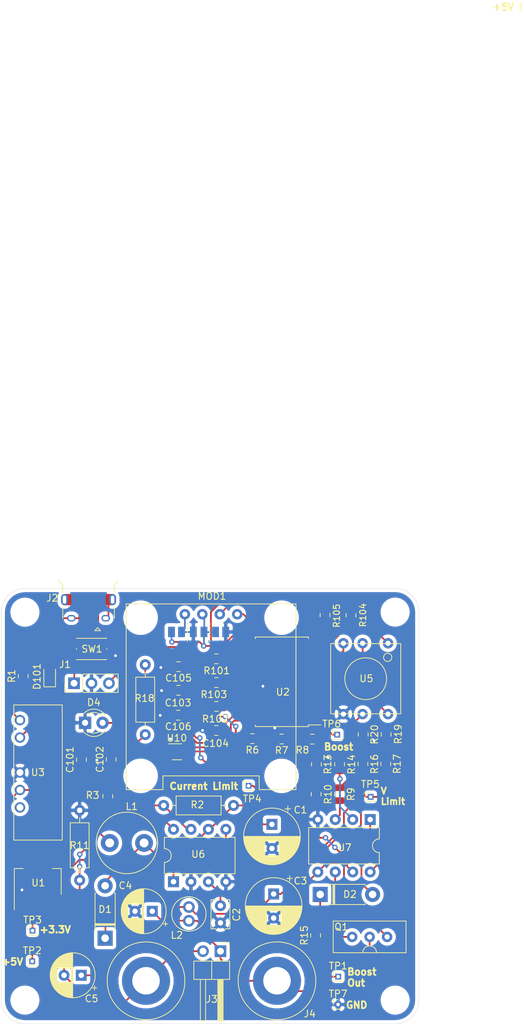
<source format=kicad_pcb>
(kicad_pcb (version 20171130) (host pcbnew "(5.1.2-1)-1")
  (layers (0 F.Cu signal) (31 B.Cu signal) (34 B.Paste user) (35 F.Paste user) (36 B.SilkS user) (37 F.SilkS user) (38 B.Mask user) (39 F.Mask user) (44 Edge.Cuts user))
  (net 0 "")
  (net 1 GND)
  (net 2 +5V)
  (net 3 "Net-(C2-Pad1)")
  (net 4 "Net-(C3-Pad1)")
  (net 5 /Boost_out)
  (net 6 /V_negative_out)
  (net 7 +3V3)
  (net 8 /V_curr_lim)
  (net 9 /V_boost_ctrl)
  (net 10 "Net-(D1-Pad2)")
  (net 11 "Net-(D2-Pad2)")
  (net 12 "Net-(D2-Pad1)")
  (net 13 /SWDIO)
  (net 14 /SWCLK)
  (net 15 "Net-(J2-Pad5)")
  (net 16 "Net-(J2-Pad1)")
  (net 17 "Net-(J2-Pad2)")
  (net 18 "Net-(J2-Pad3)")
  (net 19 "Net-(J2-Pad4)")
  (net 20 "Net-(L1-Pad1)")
  (net 21 "Net-(R15-Pad2)")
  (net 22 /V_current_amplified)
  (net 23 "Net-(R101-Pad2)")
  (net 24 "Net-(R102-Pad2)")
  (net 25 "Net-(R103-Pad2)")
  (net 26 /SDA)
  (net 27 /V_lin_ctrl)
  (net 28 /SCK)
  (net 29 /right)
  (net 30 /down)
  (net 31 "Net-(U2-Pad5)")
  (net 32 "Net-(U2-Pad4)")
  (net 33 /left)
  (net 34 /up)
  (net 35 /center)
  (net 36 /V_positive_out)
  (net 37 /Current_limit_divider)
  (net 38 /Voltage_limit_divider)
  (net 39 "Net-(R3-Pad1)")
  (net 40 "Net-(R6-Pad2)")
  (net 41 "Net-(R10-Pad1)")
  (net 42 "Net-(D4-Pad2)")
  (net 43 "Net-(R19-Pad2)")
  (module Connector_PinHeader_1.00mm:PinHeader_1x01_P1.00mm_Vertical (layer F.Cu) (at 77.82 88.59)
    (fp_text reference TP7 (at 0 -1.56) (layer F.SilkS))
    (fp_text value GND)
    (pad 1 thru_hole rect (at 0 0) (size 0.85 0.85) (drill 0.5) (layers *.Cu *.Mask) (net 1 GND))
  )
  (module Connector_PinHeader_1.00mm:PinHeader_1x01_P1.00mm_Vertical (layer F.Cu) (at 77.69 49.36)
    (fp_text reference TP6 (at -0.81 -1.57) (layer F.SilkS))
    (fp_text value Boost_ctrl)
    (pad 1 thru_hole rect (at 0 0) (size 0.85 0.85) (drill 0.5) (layers *.Cu *.Mask) (net 9 /V_boost_ctrl))
  )
  (module Connector_PinHeader_1.00mm:PinHeader_1x01_P1.00mm_Vertical (layer F.Cu) (at 82.55 58.4)
    (fp_text reference TP5 (at -0.04 -1.84) (layer F.SilkS))
    (fp_text value Voltage_limit)
    (pad 1 thru_hole rect (at 0 0) (size 0.85 0.85) (drill 0.5) (layers *.Cu *.Mask) (net 38 /Voltage_limit_divider))
  )
  (module Connector_PinHeader_1.00mm:PinHeader_1x01_P1.00mm_Vertical (layer F.Cu) (at 64.8 56.79)
    (fp_text reference TP4 (at 0.53 1.89) (layer F.SilkS))
    (fp_text value Current_limit)
    (pad 1 thru_hole rect (at 0 0) (size 0.85 0.85) (drill 0.5) (layers *.Cu *.Mask) (net 37 /Current_limit_divider))
  )
  (module Connector_PinHeader_1.00mm:PinHeader_1x01_P1.00mm_Vertical (layer F.Cu) (at 33.37 77.85)
    (fp_text reference TP3 (at 0 -1.56) (layer F.SilkS))
    (fp_text value +3.3)
    (pad 1 thru_hole rect (at 0 0) (size 0.85 0.85) (drill 0.5) (layers *.Cu *.Mask) (net 7 +3V3))
  )
  (module Connector_PinHeader_1.00mm:PinHeader_1x01_P1.00mm_Vertical (layer F.Cu) (at 33.33 82.31)
    (fp_text reference TP2 (at 0 -1.56) (layer F.SilkS))
    (fp_text value +5_isolated)
    (pad 1 thru_hole rect (at 0 0) (size 0.85 0.85) (drill 0.5) (layers *.Cu *.Mask) (net 2 +5V))
  )
  (module Connector_PinHeader_1.00mm:PinHeader_1x01_P1.00mm_Vertical (layer F.Cu) (at 77.84 84.54)
    (fp_text reference TP1 (at 0 -1.56) (layer F.SilkS))
    (fp_text value Boost_out)
    (pad 1 thru_hole rect (at 0 0) (size 0.85 0.85) (drill 0.5) (layers *.Cu *.Mask) (net 5 /Boost_out))
  )
  (module powersupply:TFT_OLED_display (layer F.Cu) (at 59.345 43.85)
    (fp_text reference MOD1 (at 0.135 -14.63) (layer F.SilkS))
    (fp_text value TFT_OLED)
    (pad "" np_thru_hole circle (at -10.25 11.5 180) (size 4 4) (drill 4) (layers *.Cu *.Mask))
    (pad "" np_thru_hole circle (at 10.25 11.5 180) (size 4 4) (drill 4) (layers *.Cu *.Mask))
    (pad "" np_thru_hole circle (at -10.25 -11.5) (size 4 4) (drill 4) (layers *.Cu *.Mask))
    (pad "" np_thru_hole circle (at 10.25 -11.5) (size 4 4) (drill 4) (layers *.Cu *.Mask))
    (pad 4 thru_hole circle (at 3.81 -12) (size 1.524 1.524) (drill 0.762) (layers *.Cu *.Mask) (net 26 /SDA))
    (pad 3 thru_hole circle (at 1.27 -12) (size 1.524 1.524) (drill 0.762) (layers *.Cu *.Mask) (net 28 /SCK))
    (pad 2 thru_hole circle (at -1.27 -12) (size 1.524 1.524) (drill 0.762) (layers *.Cu *.Mask) (net 7 +3V3))
    (pad 1 thru_hole circle (at -3.81 -12) (size 1.524 1.524) (drill 0.762) (layers *.Cu *.Mask) (net 1 GND))
  )
  (module powersupply:pads (layer B.Cu) (at 58.31 34.42)
    (fp_text reference TP13 hide)
    (fp_text value TestPoint hide)
    (pad 1 smd rect (at 0 0) (size 1 1.524) (layers B.Cu B.Paste B.Mask) (net 7 +3V3))
  )
  (module powersupply:pads (layer B.Cu) (at 56.76 34.41)
    (fp_text reference TP12 hide)
    (fp_text value Pad1_default hide)
    (pad 1 smd rect (at 0 0) (size 1 1.524) (layers B.Cu B.Paste B.Mask) (net 1 GND))
  )
  (module Resistor_THT:R_Axial_DIN0207_L6.3mm_D2.5mm_P10.16mm_Horizontal (layer F.Cu) (at 49.77 49.35 90)
    (fp_text reference R18 (at 5.28 -0.1 180) (layer F.SilkS))
    (fp_text value 560)
    (pad 2 thru_hole oval (at 10.16 0 90) (size 1.6 1.6) (drill 0.8) (layers *.Cu *.Mask) (net 42 "Net-(D4-Pad2)"))
    (pad 1 thru_hole circle (at 0 0 90) (size 1.6 1.6) (drill 0.8) (layers *.Cu *.Mask) (net 2 +5V))
  )
  (module Resistor_SMD:R_0805_2012Metric (layer F.Cu) (at 32.02 40.85 270)
    (fp_text reference R1 (at -0.01 1.68 90) (layer F.SilkS))
    (fp_text value 150)
    (pad 2 smd roundrect (at 0.9375 0 270) (size 0.975 1.4) (layers F.Cu F.Paste F.Mask) (net 2 +5V))
    (pad 1 smd roundrect (at -0.9375 0 270) (size 0.975 1.4) (layers F.Cu F.Paste F.Mask) (net 1 GND))
  )
  (module Capacitor_SMD:C_0805_2012Metric (layer F.Cu) (at 54.57 46.53 180)
    (fp_text reference C106 (at 0 -1.65) (layer F.SilkS))
    (fp_text value .1uF)
    (pad 2 smd roundrect (at 0.9375 0 180) (size 0.975 1.4) (layers F.Cu F.Paste F.Mask) (net 1 GND))
    (pad 1 smd roundrect (at -0.9375 0 180) (size 0.975 1.4) (layers F.Cu F.Paste F.Mask) (net 7 +3V3))
  )
  (module Package_DIP:DIP-8_W7.62mm (layer F.Cu) (at 82.49 61.7 270)
    (fp_text reference U7 (at 4.07 3.71 180) (layer F.SilkS))
    (fp_text value LM358P)
    (pad 8 thru_hole oval (at 7.62 0 270) (size 1.6 1.6) (drill 0.8) (layers *.Cu *.Mask) (net 38 /Voltage_limit_divider))
    (pad 4 thru_hole oval (at 0 7.62 270) (size 1.6 1.6) (drill 0.8) (layers *.Cu *.Mask) (net 1 GND))
    (pad 7 thru_hole oval (at 7.62 2.54 270) (size 1.6 1.6) (drill 0.8) (layers *.Cu *.Mask) (net 27 /V_lin_ctrl))
    (pad 3 thru_hole oval (at 0 5.08 270) (size 1.6 1.6) (drill 0.8) (layers *.Cu *.Mask) (net 41 "Net-(R10-Pad1)"))
    (pad 6 thru_hole oval (at 7.62 5.08 270) (size 1.6 1.6) (drill 0.8) (layers *.Cu *.Mask) (net 21 "Net-(R15-Pad2)"))
    (pad 2 thru_hole oval (at 0 2.54 270) (size 1.6 1.6) (drill 0.8) (layers *.Cu *.Mask) (net 37 /Current_limit_divider))
    (pad 5 thru_hole oval (at 7.62 7.62 270) (size 1.6 1.6) (drill 0.8) (layers *.Cu *.Mask) (net 5 /Boost_out))
    (pad 1 thru_hole rect (at 0 0 270) (size 1.6 1.6) (drill 0.8) (layers *.Cu *.Mask) (net 11 "Net-(D2-Pad2)"))
  )
  (module LED_THT:LED_D3.0mm (layer F.Cu) (at 41.02 47.63)
    (fp_text reference D4 (at 1.27 -2.96) (layer F.SilkS))
    (fp_text value "C503B 2.1V")
    (pad 2 thru_hole circle (at 2.54 0) (size 1.8 1.8) (drill 0.9) (layers *.Cu *.Mask) (net 42 "Net-(D4-Pad2)"))
    (pad 1 thru_hole rect (at 0 0) (size 1.8 1.8) (drill 0.9) (layers *.Cu *.Mask) (net 1 GND))
  )
  (module Package_TO_SOT_SMD:SOT-363_SC-70-6 (layer F.Cu) (at 54.37 51.85)
    (fp_text reference U10 (at 0 -2) (layer F.SilkS))
    (fp_text value INA199)
    (pad 6 smd rect (at 0.95 -0.65) (size 0.65 0.4) (layers F.Cu F.Paste F.Mask) (net 22 /V_current_amplified))
    (pad 4 smd rect (at 0.95 0.65) (size 0.65 0.4) (layers F.Cu F.Paste F.Mask) (net 6 /V_negative_out))
    (pad 2 smd rect (at -0.95 0) (size 0.65 0.4) (layers F.Cu F.Paste F.Mask) (net 1 GND))
    (pad 5 smd rect (at 0.95 0) (size 0.65 0.4) (layers F.Cu F.Paste F.Mask) (net 1 GND))
    (pad 3 smd rect (at -0.95 0.65) (size 0.65 0.4) (layers F.Cu F.Paste F.Mask) (net 7 +3V3))
    (pad 1 smd rect (at -0.95 -0.65) (size 0.65 0.4) (layers F.Cu F.Paste F.Mask) (net 1 GND))
  )
  (module Package_DIP:DIP-8_W7.62mm (layer F.Cu) (at 53.88 70.74 90)
    (fp_text reference U6 (at 4 3.6 180) (layer F.SilkS))
    (fp_text value MC33063AP1)
    (pad 8 thru_hole oval (at 7.62 0 90) (size 1.6 1.6) (drill 0.8) (layers *.Cu *.Mask) (net 39 "Net-(R3-Pad1)"))
    (pad 4 thru_hole oval (at 0 7.62 90) (size 1.6 1.6) (drill 0.8) (layers *.Cu *.Mask) (net 1 GND))
    (pad 7 thru_hole oval (at 7.62 2.54 90) (size 1.6 1.6) (drill 0.8) (layers *.Cu *.Mask) (net 20 "Net-(L1-Pad1)"))
    (pad 3 thru_hole oval (at 0 5.08 90) (size 1.6 1.6) (drill 0.8) (layers *.Cu *.Mask) (net 3 "Net-(C2-Pad1)"))
    (pad 6 thru_hole oval (at 7.62 5.08 90) (size 1.6 1.6) (drill 0.8) (layers *.Cu *.Mask) (net 2 +5V))
    (pad 2 thru_hole oval (at 0 2.54 90) (size 1.6 1.6) (drill 0.8) (layers *.Cu *.Mask) (net 1 GND))
    (pad 5 thru_hole oval (at 7.62 7.62 90) (size 1.6 1.6) (drill 0.8) (layers *.Cu *.Mask) (net 40 "Net-(R6-Pad2)"))
    (pad 1 thru_hole rect (at 0 0 90) (size 1.6 1.6) (drill 0.8) (layers *.Cu *.Mask) (net 10 "Net-(D1-Pad2)"))
  )
  (module Resistor_SMD:R_0805_2012Metric (layer F.Cu) (at 81.475 49.33 270)
    (fp_text reference R20 (at 0 -1.65 90) (layer F.SilkS))
    (fp_text value 4.99k)
    (pad 2 smd roundrect (at 0.9375 0 270) (size 0.975 1.4) (layers F.Cu F.Paste F.Mask) (net 1 GND))
    (pad 1 smd roundrect (at -0.9375 0 270) (size 0.975 1.4) (layers F.Cu F.Paste F.Mask) (net 43 "Net-(R19-Pad2)"))
  )
  (module Resistor_SMD:R_0805_2012Metric (layer F.Cu) (at 84.81 49.32 90)
    (fp_text reference R19 (at 0.04 1.75 90) (layer F.SilkS))
    (fp_text value 18.2k)
    (pad 2 smd roundrect (at 0.9375 0 90) (size 0.975 1.4) (layers F.Cu F.Paste F.Mask) (net 43 "Net-(R19-Pad2)"))
    (pad 1 smd roundrect (at -0.9375 0 90) (size 0.975 1.4) (layers F.Cu F.Paste F.Mask) (net 36 /V_positive_out))
  )
  (module Resistor_SMD:R_0805_2012Metric (layer F.Cu) (at 84.76 53.61 270)
    (fp_text reference R17 (at 0 -1.65 90) (layer F.SilkS))
    (fp_text value 2.32k)
    (pad 2 smd roundrect (at 0.9375 0 270) (size 0.975 1.4) (layers F.Cu F.Paste F.Mask) (net 38 /Voltage_limit_divider))
    (pad 1 smd roundrect (at -0.9375 0 270) (size 0.975 1.4) (layers F.Cu F.Paste F.Mask) (net 36 /V_positive_out))
  )
  (module Resistor_SMD:R_0805_2012Metric (layer F.Cu) (at 81.44 53.61 90)
    (fp_text reference R16 (at -0.01 1.68 90) (layer F.SilkS))
    (fp_text value 1k)
    (pad 2 smd roundrect (at 0.9375 0 90) (size 0.975 1.4) (layers F.Cu F.Paste F.Mask) (net 1 GND))
    (pad 1 smd roundrect (at -0.9375 0 90) (size 0.975 1.4) (layers F.Cu F.Paste F.Mask) (net 38 /Voltage_limit_divider))
  )
  (module Resistor_SMD:R_0805_2012Metric (layer F.Cu) (at 74.55 78.54 90)
    (fp_text reference R15 (at 0 -1.65 90) (layer F.SilkS))
    (fp_text value 3k)
    (pad 2 smd roundrect (at 0.9375 0 90) (size 0.975 1.4) (layers F.Cu F.Paste F.Mask) (net 21 "Net-(R15-Pad2)"))
    (pad 1 smd roundrect (at -0.9375 0 90) (size 0.975 1.4) (layers F.Cu F.Paste F.Mask) (net 12 "Net-(D2-Pad1)"))
  )
  (module Resistor_SMD:R_0805_2012Metric (layer F.Cu) (at 78.04 53.66 90)
    (fp_text reference R14 (at -0.02 1.74 90) (layer F.SilkS))
    (fp_text value 100)
    (pad 2 smd roundrect (at 0.9375 0 90) (size 0.975 1.4) (layers F.Cu F.Paste F.Mask) (net 1 GND))
    (pad 1 smd roundrect (at -0.9375 0 90) (size 0.975 1.4) (layers F.Cu F.Paste F.Mask) (net 37 /Current_limit_divider))
  )
  (module Resistor_SMD:R_0805_2012Metric (layer F.Cu) (at 74.67 53.66 270)
    (fp_text reference R13 (at 0 -1.65 90) (layer F.SilkS))
    (fp_text value 15k)
    (pad 2 smd roundrect (at 0.9375 0 270) (size 0.975 1.4) (layers F.Cu F.Paste F.Mask) (net 37 /Current_limit_divider))
    (pad 1 smd roundrect (at -0.9375 0 270) (size 0.975 1.4) (layers F.Cu F.Paste F.Mask) (net 8 /V_curr_lim))
  )
  (module Resistor_SMD:R_0805_2012Metric (layer F.Cu) (at 74.63 58.01 90)
    (fp_text reference R10 (at -0.01 1.73 90) (layer F.SilkS))
    (fp_text value 100)
    (pad 2 smd roundrect (at 0.9375 0 90) (size 0.975 1.4) (layers F.Cu F.Paste F.Mask) (net 6 /V_negative_out))
    (pad 1 smd roundrect (at -0.9375 0 90) (size 0.975 1.4) (layers F.Cu F.Paste F.Mask) (net 41 "Net-(R10-Pad1)"))
  )
  (module Resistor_SMD:R_0805_2012Metric (layer F.Cu) (at 78.05 58.01 270)
    (fp_text reference R9 (at 0 -1.65 90) (layer F.SilkS))
    (fp_text value 130k)
    (pad 2 smd roundrect (at 0.9375 0 270) (size 0.975 1.4) (layers F.Cu F.Paste F.Mask) (net 41 "Net-(R10-Pad1)"))
    (pad 1 smd roundrect (at -0.9375 0 270) (size 0.975 1.4) (layers F.Cu F.Paste F.Mask) (net 7 +3V3))
  )
  (module Resistor_SMD:R_0805_2012Metric (layer F.Cu) (at 74.07 50.01)
    (fp_text reference R8 (at -1.43 1.58) (layer F.SilkS))
    (fp_text value 5.5k)
    (pad 2 smd roundrect (at 0.9375 0) (size 0.975 1.4) (layers F.Cu F.Paste F.Mask) (net 4 "Net-(C3-Pad1)"))
    (pad 1 smd roundrect (at -0.9375 0) (size 0.975 1.4) (layers F.Cu F.Paste F.Mask) (net 40 "Net-(R6-Pad2)"))
  )
  (module Resistor_SMD:R_0805_2012Metric (layer F.Cu) (at 69.61 49.99 180)
    (fp_text reference R7 (at 0 -1.65) (layer F.SilkS))
    (fp_text value 3.6k)
    (pad 2 smd roundrect (at 0.9375 0 180) (size 0.975 1.4) (layers F.Cu F.Paste F.Mask) (net 1 GND))
    (pad 1 smd roundrect (at -0.9375 0 180) (size 0.975 1.4) (layers F.Cu F.Paste F.Mask) (net 40 "Net-(R6-Pad2)"))
  )
  (module Resistor_SMD:R_0805_2012Metric (layer F.Cu) (at 65.35 49.94 180)
    (fp_text reference R6 (at 0 -1.65) (layer F.SilkS))
    (fp_text value 3.17k)
    (pad 2 smd roundrect (at 0.9375 0 180) (size 0.975 1.4) (layers F.Cu F.Paste F.Mask) (net 40 "Net-(R6-Pad2)"))
    (pad 1 smd roundrect (at -0.9375 0 180) (size 0.975 1.4) (layers F.Cu F.Paste F.Mask) (net 9 /V_boost_ctrl))
  )
  (module Resistor_SMD:R_0805_2012Metric (layer F.Cu) (at 44.32 58.31 90)
    (fp_text reference R3 (at 0.14 -2.2 180) (layer F.SilkS))
    (fp_text value 180)
    (pad 2 smd roundrect (at 0.9375 0 90) (size 0.975 1.4) (layers F.Cu F.Paste F.Mask) (net 20 "Net-(L1-Pad1)"))
    (pad 1 smd roundrect (at -0.9375 0 90) (size 0.975 1.4) (layers F.Cu F.Paste F.Mask) (net 39 "Net-(R3-Pad1)"))
  )
  (module powersupply:11R102C_Inductor (layer F.Cu) (at 56.12 75.42 270)
    (fp_text reference L2 (at 3.09 1.76 180) (layer F.SilkS))
    (fp_text value 1uH)
    (pad 2 thru_hole circle (at 1 0 270) (size 1.7 1.7) (drill 1) (layers *.Cu *.Mask) (net 5 /Boost_out))
    (pad 1 thru_hole circle (at -1 0 270) (size 1.7 1.7) (drill 1) (layers *.Cu *.Mask) (net 4 "Net-(C3-Pad1)"))
  )
  (module Connector_PinHeader_2.54mm:PinHeader_1x02_P2.54mm_Horizontal (layer F.Cu) (at 60.71 80.84 270)
    (fp_text reference J3 (at 6.98 1.26 180) (layer F.SilkS))
    (fp_text value 1x2)
    (pad 2 thru_hole oval (at 0 2.54 270) (size 1.7 1.7) (drill 1) (layers *.Cu *.Mask) (net 6 /V_negative_out))
    (pad 1 thru_hole rect (at 0 0 270) (size 1.7 1.7) (drill 1) (layers *.Cu *.Mask) (net 36 /V_positive_out))
  )
  (module Diode_SMD:D_SOD-323 (layer F.Cu) (at 35.87 40.9 90)
    (fp_text reference D101 (at 0 -1.85 90) (layer F.SilkS))
    (fp_text value 6V)
    (pad 2 smd rect (at 1.05 0 90) (size 0.6 0.45) (layers F.Cu F.Paste F.Mask) (net 1 GND))
    (pad 1 smd rect (at -1.05 0 90) (size 0.6 0.45) (layers F.Cu F.Paste F.Mask) (net 2 +5V))
  )
  (module Capacitor_THT:CP_Radial_D6.3mm_P2.50mm (layer F.Cu) (at 40.46 84.34 180)
    (fp_text reference C5 (at -1.5 -3.4) (layer F.SilkS))
    (fp_text value 100uF)
    (pad 2 thru_hole circle (at 2.5 0 180) (size 1.6 1.6) (drill 0.8) (layers *.Cu *.Mask) (net 6 /V_negative_out))
    (pad 1 thru_hole rect (at 0 0 180) (size 1.6 1.6) (drill 0.8) (layers *.Cu *.Mask) (net 36 /V_positive_out))
  )
  (module Capacitor_THT:CP_Radial_D6.3mm_P2.50mm (layer F.Cu) (at 50.79 75.03 180)
    (fp_text reference C4 (at 3.91 3.73) (layer F.SilkS))
    (fp_text value 100uF)
    (pad 2 thru_hole circle (at 2.5 0 180) (size 1.6 1.6) (drill 0.8) (layers *.Cu *.Mask) (net 1 GND))
    (pad 1 thru_hole rect (at 0 0 180) (size 1.6 1.6) (drill 0.8) (layers *.Cu *.Mask) (net 5 /Boost_out))
  )
  (module Capacitor_THT:CP_Radial_D8.0mm_P3.50mm (layer F.Cu) (at 68.45 72.52 270)
    (fp_text reference C3 (at -1.9 -3.9 180) (layer F.SilkS))
    (fp_text value 470uF)
    (pad 2 thru_hole circle (at 3.5 0 270) (size 1.6 1.6) (drill 0.8) (layers *.Cu *.Mask) (net 1 GND))
    (pad 1 thru_hole rect (at 0 0 270) (size 1.6 1.6) (drill 0.8) (layers *.Cu *.Mask) (net 4 "Net-(C3-Pad1)"))
  )
  (module Button_Switch_SMD:SW_Push_1P1T_NO_CK_KMR2 (layer F.Cu) (at 41.97 36.9 180)
    (fp_text reference SW1 (at -0.05 0) (layer F.SilkS))
    (fp_text value KMR2)
    (pad 2 smd rect (at 2.05 0.8 270) (size 0.9 1) (layers F.Cu F.Paste F.Mask) (net 23 "Net-(R101-Pad2)"))
    (pad 1 smd rect (at 2.05 -0.8 270) (size 0.9 1) (layers F.Cu F.Paste F.Mask) (net 1 GND))
    (pad 2 smd rect (at -2.05 0.8 270) (size 0.9 1) (layers F.Cu F.Paste F.Mask) (net 23 "Net-(R101-Pad2)"))
    (pad 1 smd rect (at -2.05 -0.8 270) (size 0.9 1) (layers F.Cu F.Paste F.Mask) (net 1 GND))
  )
  (module powersupply:pads (layer B.Cu) (at 61.48 34.43)
    (fp_text reference TP11 hide)
    (fp_text value pin_2_alt hide)
    (pad 1 smd rect (at 0 0) (size 1 1.524) (layers B.Cu B.Paste B.Mask) (net 1 GND))
  )
  (module powersupply:pads (layer B.Cu) (at 59.99 34.42)
    (fp_text reference TP10 hide)
    (fp_text value pin_2_pad hide)
    (pad 1 smd rect (at 0 0) (size 1 1.524) (layers B.Cu B.Paste B.Mask) (net 7 +3V3))
  )
  (module powersupply:pads (layer B.Cu) (at 55.05 34.42)
    (fp_text reference TP9 hide)
    (fp_text value pin_1_pad hide)
    (pad 1 smd rect (at 0 0) (size 1 1.524) (layers B.Cu B.Paste B.Mask) (net 1 GND))
  )
  (module powersupply:pads (layer B.Cu) (at 53.59 34.42)
    (fp_text reference TP8 hide)
    (fp_text value pin_1_alt hide)
    (pad 1 smd rect (at 0 0) (size 1 1.524) (layers B.Cu B.Paste B.Mask) (net 7 +3V3))
  )
  (module Inductor_THT:L_Radial_D8.7mm_P5.00mm_Fastron_07HCP (layer F.Cu) (at 44.6 65.1)
    (fp_text reference L1 (at 3.2 -5.3) (layer F.SilkS))
    (fp_text value 47uH)
    (pad 2 thru_hole circle (at 5 0) (size 2.6 2.6) (drill 1.3) (layers *.Cu *.Mask) (net 10 "Net-(D1-Pad2)"))
    (pad 1 thru_hole circle (at 0 0) (size 2.6 2.6) (drill 1.3) (layers *.Cu *.Mask) (net 20 "Net-(L1-Pad1)"))
  )
  (module Capacitor_THT:CP_Radial_D8.0mm_P3.50mm (layer F.Cu) (at 68.2 62.4 270)
    (fp_text reference C1 (at -2.1 -4.15 180) (layer F.SilkS))
    (fp_text value 470uF)
    (pad 2 thru_hole circle (at 3.5 0 270) (size 1.6 1.6) (drill 0.8) (layers *.Cu *.Mask) (net 1 GND))
    (pad 1 thru_hole rect (at 0 0 270) (size 1.6 1.6) (drill 0.8) (layers *.Cu *.Mask) (net 2 +5V))
  )
  (module MountingHole:MountingHole_3.2mm_M3 (layer F.Cu) (at 32.27 31.55)
    (fp_text reference H4 hide)
    (fp_text value MountingHole)
    (pad 1 np_thru_hole circle (at 0 0) (size 3.2 3.2) (drill 3.2) (layers *.Cu *.Mask))
  )
  (module MountingHole:MountingHole_3.2mm_M3 (layer F.Cu) (at 86.12 87.95)
    (fp_text reference H3 hide)
    (fp_text value MountingHole)
    (pad 1 np_thru_hole circle (at 0 0) (size 3.2 3.2) (drill 3.2) (layers *.Cu *.Mask))
  )
  (module MountingHole:MountingHole_3.2mm_M3 (layer F.Cu) (at 86.12 31.54)
    (fp_text reference H2 hide)
    (fp_text value MountingHole)
    (pad 1 np_thru_hole circle (at 0 0) (size 3.2 3.2) (drill 3.2) (layers *.Cu *.Mask))
  )
  (module MountingHole:MountingHole_3.2mm_M3 (layer F.Cu) (at 32.27 87.95)
    (fp_text reference H1 hide)
    (fp_text value MountingHole)
    (pad 1 np_thru_hole circle (at 0 0) (size 3.2 3.2) (drill 3.2) (layers *.Cu *.Mask))
  )
  (module "powersupply:Banana Sockets" (layer F.Cu) (at 59.41 85.14)
    (fp_text reference J4 (at 14.29 4.81) (layer F.SilkS))
    (fp_text value 1x2)
    (pad 2 thru_hole circle (at -9.525 0) (size 7 7) (drill 4) (layers *.Cu *.Mask) (net 6 /V_negative_out))
    (pad 1 thru_hole circle (at 9.525 0) (size 7 7) (drill 4) (layers *.Cu *.Mask) (net 36 /V_positive_out))
  )
  (module powersupply:K1-1506DN-01_joystick (layer F.Cu) (at 81.84 41.22 270)
    (fp_text reference U5 (at -0.02 -0.1 180) (layer F.SilkS))
    (fp_text value joystick-K1-1506DN-01)
    (pad 1 thru_hole circle (at -5.15 -3.25 270) (size 1.524 1.524) (drill 0.762) (layers *.Cu *.Mask) (net 34 /up))
    (pad 2 thru_hole circle (at -5.15 0.45 270) (size 1.524 1.524) (drill 0.762) (layers *.Cu *.Mask) (net 33 /left))
    (pad 3 thru_hole circle (at -5.15 3.25 270) (size 1.524 1.524) (drill 0.762) (layers *.Cu *.Mask) (net 30 /down))
    (pad 6 thru_hole circle (at 5.15 -3.25 270) (size 1.524 1.524) (drill 0.762) (layers *.Cu *.Mask) (net 35 /center))
    (pad 5 thru_hole circle (at 5.15 0.45 270) (size 1.524 1.524) (drill 0.762) (layers *.Cu *.Mask) (net 29 /right))
    (pad 4 thru_hole circle (at 5.15 3.25 270) (size 1.524 1.524) (drill 0.762) (layers *.Cu *.Mask) (net 1 GND))
  )
  (module powersupply:B0505S-2WR2-Isolator (layer F.Cu) (at 34.17 54.86 270)
    (fp_text reference U3 (at -0.01 0.01 180) (layer F.SilkS))
    (fp_text value B0505S-2WR2)
    (pad 5 thru_hole circle (at 5.08 2.625 270) (size 1.524 1.524) (drill 1) (layers *.Cu *.Mask))
    (pad 4 thru_hole circle (at 2.54 2.625 270) (size 1.524 1.524) (drill 1) (layers *.Cu *.Mask) (net 2 +5V))
    (pad 3 thru_hole circle (at 0 2.625 270) (size 1.524 1.524) (drill 1) (layers *.Cu *.Mask) (net 1 GND))
    (pad 2 thru_hole circle (at -5.08 2.625 270) (size 1.524 1.524) (drill 1) (layers *.Cu *.Mask) (net 16 "Net-(J2-Pad1)"))
    (pad 1 thru_hole circle (at -7.62 2.625 270) (size 1.524 1.524) (drill 1) (layers *.Cu *.Mask) (net 15 "Net-(J2-Pad5)"))
  )
  (module Package_SO:SOIC-20W_7.5x12.8mm_P1.27mm (layer F.Cu) (at 69.65 41.67 180)
    (fp_text reference U2 (at -0.14 -1.49) (layer F.SilkS))
    (fp_text value ATSAMD10D13A-SS)
    (pad 20 smd roundrect (at 4.65 -5.715 180) (size 2.05 0.6) (layers F.Cu F.Paste F.Mask) (net 22 /V_current_amplified))
    (pad 19 smd roundrect (at 4.65 -4.445 180) (size 2.05 0.6) (layers F.Cu F.Paste F.Mask) (net 7 +3V3))
    (pad 18 smd roundrect (at 4.65 -3.175 180) (size 2.05 0.6) (layers F.Cu F.Paste F.Mask) (net 9 /V_boost_ctrl))
    (pad 17 smd roundrect (at 4.65 -1.905 180) (size 2.05 0.6) (layers F.Cu F.Paste F.Mask) (net 7 +3V3))
    (pad 16 smd roundrect (at 4.65 -0.635 180) (size 2.05 0.6) (layers F.Cu F.Paste F.Mask) (net 1 GND))
    (pad 15 smd roundrect (at 4.65 0.635 180) (size 2.05 0.6) (layers F.Cu F.Paste F.Mask) (net 24 "Net-(R102-Pad2)"))
    (pad 14 smd roundrect (at 4.65 1.905 180) (size 2.05 0.6) (layers F.Cu F.Paste F.Mask) (net 25 "Net-(R103-Pad2)"))
    (pad 13 smd roundrect (at 4.65 3.175 180) (size 2.05 0.6) (layers F.Cu F.Paste F.Mask) (net 13 /SWDIO))
    (pad 12 smd roundrect (at 4.65 4.445 180) (size 2.05 0.6) (layers F.Cu F.Paste F.Mask) (net 14 /SWCLK))
    (pad 11 smd roundrect (at 4.65 5.715 180) (size 2.05 0.6) (layers F.Cu F.Paste F.Mask) (net 23 "Net-(R101-Pad2)"))
    (pad 10 smd roundrect (at -4.65 5.715 180) (size 2.05 0.6) (layers F.Cu F.Paste F.Mask) (net 28 /SCK))
    (pad 9 smd roundrect (at -4.65 4.445 180) (size 2.05 0.6) (layers F.Cu F.Paste F.Mask) (net 26 /SDA))
    (pad 8 smd roundrect (at -4.65 3.175 180) (size 2.05 0.6) (layers F.Cu F.Paste F.Mask) (net 43 "Net-(R19-Pad2)"))
    (pad 7 smd roundrect (at -4.65 1.905 180) (size 2.05 0.6) (layers F.Cu F.Paste F.Mask) (net 34 /up))
    (pad 6 smd roundrect (at -4.65 0.635 180) (size 2.05 0.6) (layers F.Cu F.Paste F.Mask) (net 30 /down))
    (pad 5 smd roundrect (at -4.65 -0.635 180) (size 2.05 0.6) (layers F.Cu F.Paste F.Mask) (net 31 "Net-(U2-Pad5)"))
    (pad 4 smd roundrect (at -4.65 -1.905 180) (size 2.05 0.6) (layers F.Cu F.Paste F.Mask) (net 32 "Net-(U2-Pad4)"))
    (pad 3 smd roundrect (at -4.65 -3.175 180) (size 2.05 0.6) (layers F.Cu F.Paste F.Mask) (net 33 /left))
    (pad 2 smd roundrect (at -4.65 -4.445 180) (size 2.05 0.6) (layers F.Cu F.Paste F.Mask) (net 35 /center))
    (pad 1 smd roundrect (at -4.65 -5.715 180) (size 2.05 0.6) (layers F.Cu F.Paste F.Mask) (net 29 /right))
  )
  (module Package_TO_SOT_SMD:SOT-223-3_TabPin2 (layer F.Cu) (at 34.13 70.73 90)
    (fp_text reference U1 (at -0.17 0.09 180) (layer F.SilkS))
    (fp_text value AZ1117E-3.3)
    (pad 1 smd rect (at -3.15 -2.3 90) (size 2 1.5) (layers F.Cu F.Paste F.Mask) (net 1 GND))
    (pad 3 smd rect (at -3.15 2.3 90) (size 2 1.5) (layers F.Cu F.Paste F.Mask) (net 2 +5V))
    (pad 2 smd rect (at -3.15 0 90) (size 2 1.5) (layers F.Cu F.Paste F.Mask) (net 7 +3V3))
    (pad 2 smd rect (at 3.15 0 90) (size 2 3.8) (layers F.Cu F.Paste F.Mask) (net 7 +3V3))
  )
  (module Resistor_SMD:R_0805_2012Metric (layer F.Cu) (at 75.92 31.97 270)
    (fp_text reference R105 (at 0.1 -1.7 90) (layer F.SilkS) (effects (font (size 0.9 0.9))))
    (fp_text value 4.7k)
    (pad 2 smd roundrect (at 0.9375 0 270) (size 0.975 1.4) (layers F.Cu F.Paste F.Mask) (net 28 /SCK))
    (pad 1 smd roundrect (at -0.9375 0 270) (size 0.975 1.4) (layers F.Cu F.Paste F.Mask) (net 7 +3V3))
  )
  (module Resistor_SMD:R_0805_2012Metric (layer F.Cu) (at 79.7 32 270)
    (fp_text reference R104 (at -0.02 -1.74 90) (layer F.SilkS) (effects (font (size 0.9 0.9))))
    (fp_text value 4.7k)
    (pad 1 smd roundrect (at -0.9375 0 270) (size 0.975 1.4) (layers F.Cu F.Paste F.Mask) (net 7 +3V3))
    (pad 2 smd roundrect (at 0.9375 0 270) (size 0.975 1.4) (layers F.Cu F.Paste F.Mask) (net 26 /SDA))
  )
  (module Resistor_SMD:R_0805_2012Metric (layer F.Cu) (at 60.112 41.7868)
    (fp_text reference R103 (at -0.3556 1.7272) (layer F.SilkS))
    (fp_text value 1k)
    (pad 2 smd roundrect (at 0.9375 0) (size 0.975 1.4) (layers F.Cu F.Paste F.Mask) (net 25 "Net-(R103-Pad2)"))
    (pad 1 smd roundrect (at -0.9375 0) (size 0.975 1.4) (layers F.Cu F.Paste F.Mask) (net 27 /V_lin_ctrl))
  )
  (module Resistor_SMD:R_0805_2012Metric (layer F.Cu) (at 60.12 45.25)
    (fp_text reference R102 (at -0.1604 1.82) (layer F.SilkS))
    (fp_text value 1k)
    (pad 2 smd roundrect (at 0.9375 0) (size 0.975 1.4) (layers F.Cu F.Paste F.Mask) (net 24 "Net-(R102-Pad2)"))
    (pad 1 smd roundrect (at -0.9375 0) (size 0.975 1.4) (layers F.Cu F.Paste F.Mask) (net 8 /V_curr_lim))
  )
  (module Resistor_SMD:R_0805_2012Metric (layer F.Cu) (at 60.112 38.3324)
    (fp_text reference R101 (at 0.0508 1.7272) (layer F.SilkS))
    (fp_text value 4.7k)
    (pad 2 smd roundrect (at 0.9375 0) (size 0.975 1.4) (layers F.Cu F.Paste F.Mask) (net 23 "Net-(R101-Pad2)"))
    (pad 1 smd roundrect (at -0.9375 0) (size 0.975 1.4) (layers F.Cu F.Paste F.Mask) (net 7 +3V3))
  )
  (module Resistor_THT:R_Axial_DIN0207_L6.3mm_D2.5mm_P10.16mm_Horizontal (layer F.Cu) (at 40.23 70.52 90)
    (fp_text reference R11 (at 5.06 0) (layer F.SilkS))
    (fp_text value 0.1)
    (pad 2 thru_hole oval (at 10.16 0 90) (size 1.6 1.6) (drill 0.8) (layers *.Cu *.Mask) (net 1 GND))
    (pad 1 thru_hole circle (at 0 0 90) (size 1.6 1.6) (drill 0.8) (layers *.Cu *.Mask) (net 6 /V_negative_out))
  )
  (module Resistor_THT:R_Axial_DIN0207_L6.3mm_D2.5mm_P10.16mm_Horizontal (layer F.Cu) (at 52.45 59.65)
    (fp_text reference R2 (at 4.9 -0.1) (layer F.SilkS))
    (fp_text value "0.3 1/4W")
    (pad 2 thru_hole oval (at 10.16 0) (size 1.6 1.6) (drill 0.8) (layers *.Cu *.Mask) (net 2 +5V))
    (pad 1 thru_hole circle (at 0 0) (size 1.6 1.6) (drill 0.8) (layers *.Cu *.Mask) (net 20 "Net-(L1-Pad1)"))
  )
  (module powersupply:IRF9540N-PMOS (layer F.Cu) (at 82.41 78.76)
    (fp_text reference Q1 (at -4.12 -1.45) (layer F.SilkS))
    (fp_text value Q_PMOS_GDS)
    (pad 1 thru_hole circle (at -2.54 0) (size 1.524 1.524) (drill 0.762) (layers *.Cu *.Mask) (net 12 "Net-(D2-Pad1)"))
    (pad 2 thru_hole circle (at 0 0) (size 1.524 1.524) (drill 0.762) (layers *.Cu *.Mask) (net 36 /V_positive_out))
    (pad 3 thru_hole circle (at 2.54 0) (size 1.524 1.524) (drill 0.762) (layers *.Cu *.Mask) (net 5 /Boost_out))
  )
  (module powersupply:USB_Micro-B_Amphenol_10118194-0001LF_Horizontal (layer F.Cu) (at 41.52 29.725 180)
    (fp_text reference J2 (at 5.275 0.225) (layer F.SilkS))
    (fp_text value USB_B_Micro)
    (pad 6 smd rect (at 2.9 0 180) (size 1.2 1.65) (layers F.Cu F.Paste F.Mask) (net 15 "Net-(J2-Pad5)"))
    (pad 6 smd rect (at -2.9 0 180) (size 1.2 1.65) (layers F.Cu F.Paste F.Mask) (net 15 "Net-(J2-Pad5)"))
    (pad 1 smd rect (at -1.325 -2.7 270) (size 1.65 0.4) (layers F.Cu F.Paste F.Mask) (net 16 "Net-(J2-Pad1)"))
    (pad 2 smd rect (at -0.675 -2.7 270) (size 1.65 0.4) (layers F.Cu F.Paste F.Mask) (net 17 "Net-(J2-Pad2)"))
    (pad 3 smd rect (at -0.025 -2.7 270) (size 1.65 0.4) (layers F.Cu F.Paste F.Mask) (net 18 "Net-(J2-Pad3)"))
    (pad 4 smd rect (at 0.625 -2.7 270) (size 1.65 0.4) (layers F.Cu F.Paste F.Mask) (net 19 "Net-(J2-Pad4)"))
    (pad 5 smd rect (at 1.275 -2.7 270) (size 1.65 0.4) (layers F.Cu F.Paste F.Mask) (net 15 "Net-(J2-Pad5)"))
    (pad 6 thru_hole oval (at 2.5 -2.7 180) (size 1.25 0.95) (drill oval 0.85 0.55) (layers *.Cu *.Mask) (net 15 "Net-(J2-Pad5)"))
    (pad 6 thru_hole oval (at -3.5 0 180) (size 1 1.65) (drill oval 0.5 1.15) (layers *.Cu *.Mask) (net 15 "Net-(J2-Pad5)"))
    (pad 6 thru_hole oval (at 3.5 0 180) (size 1 1.65) (drill oval 0.5 1.16) (layers *.Cu *.Mask) (net 15 "Net-(J2-Pad5)"))
    (pad 6 smd rect (at -1 0 180) (size 1.5 1.65) (layers F.Cu F.Paste F.Mask) (net 15 "Net-(J2-Pad5)"))
    (pad 6 smd rect (at 1 0 180) (size 1.5 1.65) (layers F.Cu F.Paste F.Mask) (net 15 "Net-(J2-Pad5)"))
    (pad 6 thru_hole oval (at -2.5 -2.7 180) (size 1.25 0.95) (drill oval 0.85 0.55) (layers *.Cu *.Mask) (net 15 "Net-(J2-Pad5)"))
  )
  (module Connector_PinHeader_2.54mm:PinHeader_1x03_P2.54mm_Vertical (layer F.Cu) (at 39.41 41.88 90)
    (fp_text reference J1 (at 2.73 -1.31 180) (layer F.SilkS))
    (fp_text value Conn_01x03)
    (pad 3 thru_hole oval (at 0 5.08 90) (size 1.7 1.7) (drill 1) (layers *.Cu *.Mask) (net 13 /SWDIO))
    (pad 2 thru_hole oval (at 0 2.54 90) (size 1.7 1.7) (drill 1) (layers *.Cu *.Mask) (net 1 GND))
    (pad 1 thru_hole rect (at 0 0 90) (size 1.7 1.7) (drill 1) (layers *.Cu *.Mask) (net 14 /SWCLK))
  )
  (module Diode_THT:D_DO-41_SOD81_P7.62mm_Horizontal (layer F.Cu) (at 75.22 72.59)
    (fp_text reference D2 (at 4.33 -0.02) (layer F.SilkS))
    (fp_text value 1N5819)
    (pad 2 thru_hole oval (at 7.62 0) (size 2.2 2.2) (drill 1.1) (layers *.Cu *.Mask) (net 11 "Net-(D2-Pad2)"))
    (pad 1 thru_hole rect (at 0 0) (size 2.2 2.2) (drill 1.1) (layers *.Cu *.Mask) (net 12 "Net-(D2-Pad1)"))
  )
  (module Diode_THT:D_DO-41_SOD81_P7.62mm_Horizontal (layer F.Cu) (at 43.93 78.95 90)
    (fp_text reference D1 (at 4.2 0) (layer F.SilkS))
    (fp_text value 1N5819)
    (pad 2 thru_hole oval (at 7.62 0 90) (size 2.2 2.2) (drill 1.1) (layers *.Cu *.Mask) (net 10 "Net-(D1-Pad2)"))
    (pad 1 thru_hole rect (at 0 0 90) (size 2.2 2.2) (drill 1.1) (layers *.Cu *.Mask) (net 4 "Net-(C3-Pad1)"))
  )
  (module Capacitor_SMD:C_0805_2012Metric (layer F.Cu) (at 54.61 39.47 180)
    (fp_text reference C105 (at 0 -1.65) (layer F.SilkS))
    (fp_text value 15uF)
    (pad 2 smd roundrect (at 0.9375 0 180) (size 0.975 1.4) (layers F.Cu F.Paste F.Mask) (net 1 GND))
    (pad 1 smd roundrect (at -0.9375 0 180) (size 0.975 1.4) (layers F.Cu F.Paste F.Mask) (net 27 /V_lin_ctrl))
  )
  (module Capacitor_SMD:C_0805_2012Metric (layer F.Cu) (at 60.095 48.75)
    (fp_text reference C104 (at -0.0846 1.876) (layer F.SilkS))
    (fp_text value 1uF)
    (pad 2 smd roundrect (at 0.9375 0) (size 0.975 1.4) (layers F.Cu F.Paste F.Mask) (net 7 +3V3))
    (pad 1 smd roundrect (at -0.9375 0) (size 0.975 1.4) (layers F.Cu F.Paste F.Mask) (net 1 GND))
  )
  (module Capacitor_SMD:C_0805_2012Metric (layer F.Cu) (at 54.6 42.91 180)
    (fp_text reference C103 (at 0.0542 -1.82) (layer F.SilkS))
    (fp_text value 15uF)
    (pad 2 smd roundrect (at 0.9375 0 180) (size 0.975 1.4) (layers F.Cu F.Paste F.Mask) (net 1 GND))
    (pad 1 smd roundrect (at -0.9375 0 180) (size 0.975 1.4) (layers F.Cu F.Paste F.Mask) (net 8 /V_curr_lim))
  )
  (module Capacitor_SMD:C_0805_2012Metric (layer F.Cu) (at 44.82 52.95 90)
    (fp_text reference C102 (at 0 -1.65 90) (layer F.SilkS))
    (fp_text value 1uF)
    (pad 2 smd roundrect (at 0.9375 0 90) (size 0.975 1.4) (layers F.Cu F.Paste F.Mask) (net 1 GND))
    (pad 1 smd roundrect (at -0.9375 0 90) (size 0.975 1.4) (layers F.Cu F.Paste F.Mask) (net 7 +3V3))
  )
  (module Capacitor_SMD:C_0805_2012Metric (layer F.Cu) (at 40.495 53 270)
    (fp_text reference C101 (at -0.01 1.675 90) (layer F.SilkS))
    (fp_text value 1uF)
    (pad 2 smd roundrect (at 0.9375 0 270) (size 0.975 1.4) (layers F.Cu F.Paste F.Mask) (net 1 GND))
    (pad 1 smd roundrect (at -0.9375 0 270) (size 0.975 1.4) (layers F.Cu F.Paste F.Mask) (net 2 +5V))
  )
  (module Capacitor_THT:C_Rect_L4.0mm_W2.5mm_P2.50mm (layer F.Cu) (at 60.71 74.22 270)
    (fp_text reference C2 (at 1.31 -2.34 90) (layer F.SilkS))
    (fp_text value 270pF)
    (pad 2 thru_hole circle (at 2.5 0 270) (size 1.6 1.6) (drill 0.8) (layers *.Cu *.Mask) (net 1 GND))
    (pad 1 thru_hole circle (at 0 0 270) (size 1.6 1.6) (drill 0.8) (layers *.Cu *.Mask) (net 3 "Net-(C2-Pad1)"))
  )
  (gr_arc (start 32.27 31.55) (end 32.27 28.1) (angle -90) (layer Edge.Cuts) (width 0.05))
  (gr_arc (start 32.27 87.95) (end 28.82 87.95) (angle -90) (layer Edge.Cuts) (width 0.05))
  (gr_arc (start 86.12 87.95) (end 86.12 91.4) (angle -90) (layer Edge.Cuts) (width 0.05))
  (gr_text +5V (at 30.44 82.38) (layer F.SilkS) (effects (font (size 1 1) (thickness 0.25))))
  (gr_line (start 59.16 34.95) (end 59.16 35.23) (layer F.SilkS) (width 0.12))
  (gr_line (start 59.16 33.13) (end 59.16 33.41) (layer F.SilkS) (width 0.12))
  (gr_line (start 59.16 34.32) (end 59.16 34.6) (layer F.SilkS) (width 0.12))
  (gr_line (start 59.16 33.73) (end 59.16 34.01) (layer F.SilkS) (width 0.12))
  (gr_line (start 59.16 35.57) (end 59.16 35.85) (layer F.SilkS) (width 0.12))
  (gr_line (start 55.89 34.92) (end 55.89 35.2) (layer F.SilkS) (width 0.12))
  (gr_line (start 55.89 33.1) (end 55.89 33.38) (layer F.SilkS) (width 0.12))
  (gr_line (start 55.89 34.29) (end 55.89 34.57) (layer F.SilkS) (width 0.12))
  (gr_line (start 55.89 33.7) (end 55.89 33.98) (layer F.SilkS) (width 0.12))
  (gr_line (start 55.89 35.54) (end 55.89 35.82) (layer F.SilkS) (width 0.12))
  (gr_arc (start 86.12 31.54) (end 89.57 31.54) (angle -90) (layer Edge.Cuts) (width 0.05))
  (gr_line (start 32.27 28.1) (end 86.12 28.1) (layer Edge.Cuts) (width 0.05))
  (gr_line (start 28.82 31.55) (end 28.82 87.95) (layer Edge.Cuts) (width 0.05))
  (gr_line (start 89.57 31.55) (end 89.57 87.95) (layer Edge.Cuts) (width 0.05))
  (gr_line (start 86.12 91.4) (end 32.25 91.4) (layer Edge.Cuts) (width 0.05))
  (gr_text "+5V I" (at 102.47 -56.43) (layer F.SilkS) (effects (font (size 1 1) (thickness 0.25))))
  (gr_text Boost (at 77.9 51.12) (layer F.SilkS) (effects (font (size 1 1) (thickness 0.25))))
  (gr_text "Current Limit" (at 58.28 56.85) (layer F.SilkS) (effects (font (size 1 1) (thickness 0.25))))
  (gr_text +3.3V (at 36.68 77.7) (layer F.SilkS) (effects (font (size 1 1) (thickness 0.25))))
  (gr_text "V\nLimit" (at 83.9 58.3) (layer F.SilkS) (effects (font (size 0.95 0.95) (thickness 0.2375)) (justify left)))
  (gr_text "Boost\nOut" (at 79.02 84.64) (layer F.SilkS) (effects (font (size 1 1) (thickness 0.25)) (justify left)))
  (gr_text GND (at 80.53 88.67) (layer F.SilkS) (effects (font (size 1 1) (thickness 0.25))))
  (segment (start 35.8075 39.9125) (end 35.87 39.85) (width 0.25) (layer F.Cu) (net 1))
  (segment (start 32.02 39.9125) (end 35.8075 39.9125) (width 0.25) (layer F.Cu) (net 1))
  (segment (start 35.87 39.85) (end 35.87 39.775) (width 0.25) (layer F.Cu) (net 1))
  (segment (start 39.92 37.7) (end 44.02 37.7) (width 0.25) (layer F.Cu) (net 1))
  (via (at 42.72 53.05) (size 0.8) (drill 0.4) (layers F.Cu B.Cu) (net 1))
  (segment (start 43.7575 52.0125) (end 42.72 53.05) (width 0.25) (layer F.Cu) (net 1))
  (segment (start 44.82 52.0125) (end 43.7575 52.0125) (width 0.25) (layer F.Cu) (net 1))
  (segment (start 41.8325 53.9375) (end 42.72 53.05) (width 0.25) (layer F.Cu) (net 1))
  (segment (start 40.495 53.9375) (end 41.8325 53.9375) (width 0.25) (layer F.Cu) (net 1))
  (segment (start 53.6325 46.25) (end 53.3325 46.55) (width 0.25) (layer F.Cu) (net 1))
  (segment (start 53.3325 51.7625) (end 53.42 51.85) (width 0.25) (layer F.Cu) (net 1))
  (via (at 51.95 46.55) (size 0.8) (drill 0.4) (layers F.Cu B.Cu) (net 1))
  (segment (start 53.3325 46.55) (end 51.95 46.55) (width 0.25) (layer F.Cu) (net 1))
  (segment (start 53.42 51.85) (end 53.42 51.2) (width 0.25) (layer F.Cu) (net 1))
  (segment (start 53.42 51.85) (end 55.32 51.85) (width 0.25) (layer F.Cu) (net 1))
  (segment (start 53.6725 42.9) (end 53.6625 42.91) (width 0.25) (layer F.Cu) (net 1))
  (segment (start 38.84 37.7) (end 39.92 37.7) (width 0.25) (layer F.Cu) (net 1))
  (segment (start 36.69 39.85) (end 38.84 37.7) (width 0.25) (layer F.Cu) (net 1))
  (segment (start 35.87 39.85) (end 36.69 39.85) (width 0.25) (layer F.Cu) (net 1))
  (via (at 45.445 37.87501) (size 0.8) (drill 0.4) (layers F.Cu B.Cu) (net 1))
  (segment (start 45.26999 37.7) (end 45.445 37.87501) (width 0.25) (layer F.Cu) (net 1))
  (segment (start 44.02 37.7) (end 45.26999 37.7) (width 0.25) (layer F.Cu) (net 1))
  (segment (start 64.3 42.245) (end 64.455 42.4) (width 0.25) (layer F.Cu) (net 1))
  (segment (start 81.475 52.6675) (end 81.43 52.7125) (width 0.25) (layer F.Cu) (net 1))
  (segment (start 81.475 50.2675) (end 81.475 52.3475) (width 0.25) (layer F.Cu) (net 1))
  (via (at 31.84 71.93) (size 0.8) (drill 0.4) (layers F.Cu B.Cu) (net 1))
  (segment (start 31.83 73.88) (end 31.83 71.94) (width 0.25) (layer F.Cu) (net 1))
  (segment (start 31.83 71.94) (end 31.84 71.93) (width 0.25) (layer F.Cu) (net 1))
  (segment (start 54.885 34.24) (end 55.09 34.445) (width 0.25) (layer B.Cu) (net 1))
  (segment (start 55.535 31.85) (end 55.535 32.095) (width 0.25) (layer B.Cu) (net 1))
  (segment (start 56.57 34.44) (end 55.14 34.44) (width 0.25) (layer B.Cu) (net 1))
  (segment (start 55.535 33.935) (end 55.05 34.42) (width 0.25) (layer B.Cu) (net 1))
  (segment (start 55.535 31.85) (end 55.535 33.935) (width 0.25) (layer B.Cu) (net 1))
  (segment (start 68.6725 48.4525) (end 68.61 48.39) (width 0.25) (layer F.Cu) (net 1))
  (via (at 68.61 48.39) (size 0.8) (drill 0.4) (layers F.Cu B.Cu) (net 1))
  (segment (start 68.6725 49.99) (end 68.6725 48.4525) (width 0.25) (layer F.Cu) (net 1))
  (via (at 66.89 42.31) (size 0.8) (drill 0.4) (layers F.Cu B.Cu) (net 1))
  (segment (start 66.885 42.305) (end 66.89 42.31) (width 0.25) (layer F.Cu) (net 1))
  (segment (start 65 42.305) (end 66.885 42.305) (width 0.25) (layer F.Cu) (net 1))
  (via (at 76.41 52.71) (size 0.8) (drill 0.4) (layers F.Cu B.Cu) (net 1))
  (segment (start 78.04 52.7225) (end 76.4225 52.7225) (width 0.25) (layer F.Cu) (net 1))
  (segment (start 76.4225 52.7225) (end 76.41 52.71) (width 0.25) (layer F.Cu) (net 1))
  (via (at 83.04 50.22) (size 0.8) (drill 0.4) (layers F.Cu B.Cu) (net 1))
  (segment (start 82.9925 50.2675) (end 83.04 50.22) (width 0.25) (layer F.Cu) (net 1))
  (segment (start 81.475 50.2675) (end 82.9925 50.2675) (width 0.25) (layer F.Cu) (net 1))
  (segment (start 53.42 51.2) (end 53.42 49.98) (width 0.25) (layer F.Cu) (net 1))
  (segment (start 53.42 49.98) (end 53.43 49.97) (width 0.25) (layer F.Cu) (net 1))
  (via (at 53.43 49.97) (size 0.8) (drill 0.4) (layers F.Cu B.Cu) (net 1))
  (via (at 52.04 39.59) (size 0.8) (drill 0.4) (layers F.Cu B.Cu) (net 1))
  (segment (start 52.16 39.47) (end 52.04 39.59) (width 0.25) (layer F.Cu) (net 1))
  (segment (start 53.6725 39.47) (end 52.16 39.47) (width 0.25) (layer F.Cu) (net 1))
  (via (at 52.15 42.95) (size 0.8) (drill 0.4) (layers F.Cu B.Cu) (net 1))
  (segment (start 52.19 42.91) (end 52.15 42.95) (width 0.25) (layer F.Cu) (net 1))
  (segment (start 53.6625 42.91) (end 52.19 42.91) (width 0.25) (layer F.Cu) (net 1))
  (via (at 58.10501 48.74) (size 0.8) (drill 0.4) (layers F.Cu B.Cu) (net 1))
  (segment (start 59.1575 48.75) (end 58.11501 48.75) (width 0.25) (layer F.Cu) (net 1))
  (segment (start 58.11501 48.75) (end 58.10501 48.74) (width 0.25) (layer F.Cu) (net 1))
  (segment (start 35.7075 41.7875) (end 35.87 41.95) (width 0.25) (layer F.Cu) (net 2))
  (segment (start 32.02 41.7875) (end 35.7075 41.7875) (width 0.25) (layer F.Cu) (net 2))
  (segment (start 35.1575 57.4) (end 40.495 52.0625) (width 0.25) (layer F.Cu) (net 2))
  (segment (start 31.545 57.4) (end 35.1575 57.4) (width 0.25) (layer F.Cu) (net 2))
  (segment (start 59.14 63.12) (end 58.96 63.12) (width 0.25) (layer F.Cu) (net 2))
  (segment (start 62.61 59.65) (end 59.14 63.12) (width 0.25) (layer F.Cu) (net 2))
  (segment (start 66.92 62.4) (end 68.2 62.4) (width 0.25) (layer F.Cu) (net 2))
  (segment (start 64.17 59.65) (end 66.92 62.4) (width 0.25) (layer F.Cu) (net 2))
  (segment (start 62.61 59.65) (end 64.17 59.65) (width 0.25) (layer F.Cu) (net 2))
  (segment (start 36.43 73.66) (end 36.43 73.88) (width 0.25) (layer F.Cu) (net 2))
  (segment (start 57.05 65.03) (end 58.96 63.12) (width 0.25) (layer F.Cu) (net 2))
  (segment (start 40.17 67.56) (end 45.15 67.56) (width 0.25) (layer F.Cu) (net 2))
  (segment (start 52.92 65.03) (end 57.05 65.03) (width 0.25) (layer F.Cu) (net 2))
  (segment (start 50.78 62.89) (end 52.92 65.03) (width 0.25) (layer F.Cu) (net 2))
  (segment (start 47.07 65.64) (end 47.07 63.97) (width 0.25) (layer F.Cu) (net 2))
  (segment (start 47.07 63.97) (end 48.15 62.89) (width 0.25) (layer F.Cu) (net 2))
  (segment (start 45.15 67.56) (end 47.07 65.64) (width 0.25) (layer F.Cu) (net 2))
  (segment (start 36.43 73.88) (end 36.43 72.63) (width 0.25) (layer F.Cu) (net 2))
  (segment (start 36.43 72.63) (end 38.2 70.86) (width 0.25) (layer F.Cu) (net 2))
  (segment (start 38.2 69.53) (end 40.17 67.56) (width 0.25) (layer F.Cu) (net 2))
  (segment (start 38.2 70.86) (end 38.2 69.53) (width 0.25) (layer F.Cu) (net 2))
  (segment (start 48.15 62.89) (end 50.78 62.89) (width 0.25) (layer F.Cu) (net 2))
  (segment (start 33.33 82.31) (end 33.33 79.43) (width 0.25) (layer F.Cu) (net 2))
  (segment (start 33.33 79.43) (end 33.22 79.32) (width 0.25) (layer F.Cu) (net 2))
  (segment (start 29.79 77.23) (end 29.79 59.155) (width 0.25) (layer F.Cu) (net 2))
  (segment (start 31.88 79.32) (end 29.79 77.23) (width 0.25) (layer F.Cu) (net 2))
  (segment (start 29.79 59.155) (end 31.545 57.4) (width 0.25) (layer F.Cu) (net 2))
  (segment (start 33.22 79.32) (end 31.88 79.32) (width 0.25) (layer F.Cu) (net 2))
  (segment (start 36.43 77.49) (end 34.6 79.32) (width 0.25) (layer F.Cu) (net 2))
  (segment (start 34.6 79.32) (end 33.22 79.32) (width 0.25) (layer F.Cu) (net 2))
  (segment (start 36.43 73.88) (end 36.43 77.49) (width 0.25) (layer F.Cu) (net 2))
  (segment (start 48.6 50.52) (end 49.77 49.35) (width 0.25) (layer F.Cu) (net 2))
  (segment (start 41.18 50.52) (end 48.6 50.52) (width 0.25) (layer F.Cu) (net 2))
  (segment (start 40.495 51.205) (end 41.18 50.52) (width 0.25) (layer F.Cu) (net 2))
  (segment (start 40.495 52.0625) (end 40.495 51.205) (width 0.25) (layer F.Cu) (net 2))
  (segment (start 40.495 51.195) (end 40.495 52.0625) (width 0.25) (layer F.Cu) (net 2))
  (segment (start 35.87 46.57) (end 40.495 51.195) (width 0.25) (layer F.Cu) (net 2))
  (segment (start 35.87 41.95) (end 35.87 46.57) (width 0.25) (layer F.Cu) (net 2))
  (segment (start 60.71 74.22) (end 60.71 72.49) (width 0.25) (layer F.Cu) (net 3))
  (segment (start 60.71 72.49) (end 58.96 70.74) (width 0.25) (layer F.Cu) (net 3))
  (segment (start 65.68 75.4) (end 68.45 72.63) (width 0.25) (layer F.Cu) (net 4))
  (segment (start 68.45 72.63) (end 68.45 72.52) (width 0.25) (layer F.Cu) (net 4))
  (segment (start 57.1 75.4) (end 65.68 75.4) (width 0.25) (layer F.Cu) (net 4))
  (segment (start 56.12 74.42) (end 57.1 75.4) (width 0.25) (layer F.Cu) (net 4))
  (segment (start 75.65001 50.65251) (end 75.0075 50.01) (width 0.25) (layer F.Cu) (net 4))
  (segment (start 77.37 64.65) (end 69.5 72.52) (width 0.25) (layer F.Cu) (net 4))
  (segment (start 79 64.65) (end 77.37 64.65) (width 0.25) (layer F.Cu) (net 4))
  (segment (start 81.15 62.5) (end 79 64.65) (width 0.25) (layer F.Cu) (net 4))
  (segment (start 80.17 59.72) (end 81.15 60.7) (width 0.25) (layer F.Cu) (net 4))
  (segment (start 80.17 51.55) (end 80.17 59.72) (width 0.25) (layer F.Cu) (net 4))
  (segment (start 81.15 60.7) (end 81.15 62.5) (width 0.25) (layer F.Cu) (net 4))
  (segment (start 79.44 50.82) (end 80.17 51.55) (width 0.25) (layer F.Cu) (net 4))
  (segment (start 75.8175 50.82) (end 79.44 50.82) (width 0.25) (layer F.Cu) (net 4))
  (segment (start 69.5 72.52) (end 68.45 72.52) (width 0.25) (layer F.Cu) (net 4))
  (segment (start 75.0075 50.01) (end 75.8175 50.82) (width 0.25) (layer F.Cu) (net 4))
  (segment (start 51.08 71.65) (end 53.85 74.42) (width 0.25) (layer F.Cu) (net 4))
  (segment (start 53.85 74.42) (end 56.12 74.42) (width 0.25) (layer F.Cu) (net 4))
  (segment (start 47.95 71.65) (end 51.08 71.65) (width 0.25) (layer F.Cu) (net 4))
  (segment (start 43.98 75.62) (end 47.95 71.65) (width 0.25) (layer F.Cu) (net 4))
  (segment (start 43.98 78.66) (end 43.98 75.62) (width 0.25) (layer F.Cu) (net 4))
  (segment (start 74.87 69.32) (end 75.29 69.32) (width 0.25) (layer F.Cu) (net 5))
  (segment (start 56.1 76.4) (end 56.12 76.42) (width 0.25) (layer F.Cu) (net 5))
  (segment (start 52.16 76.4) (end 56.1 76.4) (width 0.25) (layer F.Cu) (net 5))
  (segment (start 50.79 75.03) (end 52.16 76.4) (width 0.25) (layer F.Cu) (net 5))
  (segment (start 84.188001 77.998001) (end 84.95 78.76) (width 0.25) (layer F.Cu) (net 5))
  (segment (start 76.24 67.95) (end 78.12 67.95) (width 0.25) (layer F.Cu) (net 5))
  (segment (start 78.68 68.51) (end 78.68 72.49) (width 0.25) (layer F.Cu) (net 5))
  (segment (start 78.12 67.95) (end 78.68 68.51) (width 0.25) (layer F.Cu) (net 5))
  (segment (start 78.68 72.49) (end 84.188001 77.998001) (width 0.25) (layer F.Cu) (net 5))
  (segment (start 74.87 69.32) (end 76.24 67.95) (width 0.25) (layer F.Cu) (net 5))
  (segment (start 57.322081 76.42) (end 59.892081 78.99) (width 0.25) (layer F.Cu) (net 5))
  (segment (start 56.12 76.42) (end 57.322081 76.42) (width 0.25) (layer F.Cu) (net 5))
  (segment (start 59.892081 78.99) (end 70.36 78.99) (width 0.25) (layer F.Cu) (net 5))
  (segment (start 77.84 84.54) (end 75.91 84.54) (width 0.25) (layer F.Cu) (net 5))
  (segment (start 75.67 84.3) (end 70.36 78.99) (width 0.25) (layer F.Cu) (net 5))
  (segment (start 75.91 84.54) (end 75.67 84.3) (width 0.25) (layer F.Cu) (net 5))
  (segment (start 74.070001 70.119999) (end 74.87 69.32) (width 0.25) (layer F.Cu) (net 5))
  (segment (start 72.8 71.39) (end 74.070001 70.119999) (width 0.25) (layer F.Cu) (net 5))
  (segment (start 72.8 76.3) (end 72.8 71.39) (width 0.25) (layer F.Cu) (net 5))
  (segment (start 70.36 78.74) (end 72.8 76.3) (width 0.25) (layer F.Cu) (net 5))
  (segment (start 70.36 78.99) (end 70.36 78.74) (width 0.25) (layer F.Cu) (net 5))
  (segment (start 46.385001 88.639999) (end 49.885 85.14) (width 0.25) (layer F.Cu) (net 6))
  (segment (start 42.259999 88.639999) (end 46.385001 88.639999) (width 0.25) (layer F.Cu) (net 6))
  (segment (start 37.96 84.34) (end 42.259999 88.639999) (width 0.25) (layer F.Cu) (net 6))
  (segment (start 54.185 80.84) (end 58.17 80.84) (width 0.25) (layer F.Cu) (net 6))
  (segment (start 49.885 85.14) (end 54.185 80.84) (width 0.25) (layer F.Cu) (net 6))
  (segment (start 37.96 77.98) (end 37.96 84.34) (width 0.25) (layer F.Cu) (net 6))
  (segment (start 40.23 75.71) (end 37.96 77.98) (width 0.25) (layer F.Cu) (net 6))
  (segment (start 40.23 70.52) (end 40.23 75.71) (width 0.25) (layer F.Cu) (net 6))
  (via (at 40.232653 68.522653) (size 0.8) (drill 0.4) (layers F.Cu B.Cu) (net 6))
  (segment (start 40.23 68.525306) (end 40.232653 68.522653) (width 0.25) (layer F.Cu) (net 6))
  (segment (start 40.23 70.52) (end 40.23 68.525306) (width 0.25) (layer F.Cu) (net 6))
  (via (at 40.24 66.76) (size 0.8) (drill 0.4) (layers F.Cu B.Cu) (net 6))
  (segment (start 40.232653 66.767347) (end 40.24 66.76) (width 0.25) (layer B.Cu) (net 6))
  (segment (start 40.232653 68.522653) (end 40.232653 66.767347) (width 0.25) (layer B.Cu) (net 6))
  (segment (start 42.22999 57.08001) (end 42.22999 64.77001) (width 0.25) (layer F.Cu) (net 6))
  (segment (start 42.22999 64.77001) (end 40.24 66.76) (width 0.25) (layer F.Cu) (net 6))
  (segment (start 42.41684 56.89316) (end 42.22999 57.08001) (width 0.25) (layer F.Cu) (net 6))
  (segment (start 46.23 54.81) (end 44.92 56.12) (width 0.25) (layer F.Cu) (net 6))
  (segment (start 42.41684 56.88316) (end 42.41684 56.89316) (width 0.25) (layer F.Cu) (net 6))
  (segment (start 55.32 52.5) (end 54.745 52.5) (width 0.25) (layer F.Cu) (net 6))
  (segment (start 43.18 56.12) (end 42.41684 56.88316) (width 0.25) (layer F.Cu) (net 6))
  (segment (start 52.834999 53.025001) (end 52.309998 52.5) (width 0.25) (layer F.Cu) (net 6))
  (segment (start 47.85 52.5) (end 46.23 54.12) (width 0.25) (layer F.Cu) (net 6))
  (segment (start 46.23 54.12) (end 46.23 54.81) (width 0.25) (layer F.Cu) (net 6))
  (segment (start 52.309998 52.5) (end 47.85 52.5) (width 0.25) (layer F.Cu) (net 6))
  (segment (start 44.92 56.12) (end 43.18 56.12) (width 0.25) (layer F.Cu) (net 6))
  (segment (start 54.219999 53.025001) (end 52.834999 53.025001) (width 0.25) (layer F.Cu) (net 6))
  (segment (start 54.745 52.5) (end 54.219999 53.025001) (width 0.25) (layer F.Cu) (net 6))
  (segment (start 55.895 52.5) (end 55.32 52.5) (width 0.25) (layer F.Cu) (net 6))
  (segment (start 56.595 51.8) (end 55.895 52.5) (width 0.25) (layer F.Cu) (net 6))
  (segment (start 58.56 51.8) (end 56.595 51.8) (width 0.25) (layer F.Cu) (net 6))
  (segment (start 59.09 53.2) (end 59.09 52.33) (width 0.25) (layer F.Cu) (net 6))
  (segment (start 59.09 52.33) (end 58.56 51.8) (width 0.25) (layer F.Cu) (net 6))
  (segment (start 64.729989 58.839989) (end 59.09 53.2) (width 0.25) (layer F.Cu) (net 6))
  (segment (start 72.862511 58.839989) (end 64.729989 58.839989) (width 0.25) (layer F.Cu) (net 6))
  (segment (start 74.63 57.0725) (end 72.862511 58.839989) (width 0.25) (layer F.Cu) (net 6))
  (segment (start 53.05 52.5) (end 53.42 52.5) (width 0.25) (layer F.Cu) (net 7))
  (segment (start 52.45 51.9) (end 53.05 52.5) (width 0.25) (layer F.Cu) (net 7))
  (segment (start 59.145 38.3029) (end 59.1745 38.3324) (width 0.25) (layer F.Cu) (net 7))
  (segment (start 63.175 46.055) (end 64.3 46.055) (width 0.25) (layer F.Cu) (net 7))
  (segment (start 63.35 43.85) (end 63.35 45.88) (width 0.25) (layer F.Cu) (net 7))
  (segment (start 63.685 43.515) (end 63.35 43.85) (width 0.25) (layer F.Cu) (net 7))
  (segment (start 63.35 45.88) (end 63.175 46.055) (width 0.25) (layer F.Cu) (net 7))
  (segment (start 64.3 43.515) (end 63.685 43.515) (width 0.25) (layer F.Cu) (net 7))
  (segment (start 79.67 31.0325) (end 79.7 31.0625) (width 0.25) (layer F.Cu) (net 7))
  (segment (start 75.92 31.0325) (end 79.67 31.0325) (width 0.25) (layer F.Cu) (net 7))
  (segment (start 61.976253 28.879985) (end 59.32 31.536238) (width 0.25) (layer F.Cu) (net 7))
  (segment (start 34.13 73.88) (end 34.13 67.58) (width 0.25) (layer F.Cu) (net 7))
  (segment (start 37.53391 55.66) (end 38.58 55.66) (width 0.25) (layer F.Cu) (net 7))
  (segment (start 34.13 59.06391) (end 37.53391 55.66) (width 0.25) (layer F.Cu) (net 7))
  (segment (start 34.13 67.58) (end 34.13 59.06391) (width 0.25) (layer F.Cu) (net 7))
  (segment (start 37.55 55.66) (end 38.58 55.66) (width 0.25) (layer F.Cu) (net 7))
  (segment (start 59.74 34.45) (end 59.76 34.43) (width 0.25) (layer B.Cu) (net 7))
  (segment (start 58.31 34.45) (end 59.74 34.45) (width 0.25) (layer B.Cu) (net 7))
  (segment (start 58.31 36.42) (end 58.27 36.46) (width 0.25) (layer B.Cu) (net 7))
  (via (at 58.27 36.46) (size 0.8) (drill 0.4) (layers F.Cu B.Cu) (net 7))
  (segment (start 58.31 34.45) (end 58.31 36.42) (width 0.25) (layer B.Cu) (net 7))
  (segment (start 59.1745 38.1745) (end 59.1745 38.3324) (width 0.25) (layer F.Cu) (net 7))
  (via (at 53.64 35.885) (size 0.8) (drill 0.4) (layers F.Cu B.Cu) (net 7))
  (segment (start 53.59 35.835) (end 53.64 35.885) (width 0.25) (layer B.Cu) (net 7))
  (segment (start 53.59 34.445) (end 53.59 35.835) (width 0.25) (layer B.Cu) (net 7))
  (segment (start 57.695 35.885) (end 58.27 36.46) (width 0.25) (layer F.Cu) (net 7))
  (segment (start 53.64 35.885) (end 57.695 35.885) (width 0.25) (layer F.Cu) (net 7))
  (segment (start 58.27 36.46) (end 58.27 36.6279) (width 0.25) (layer F.Cu) (net 7))
  (segment (start 59.25 36.46) (end 59.32 36.39) (width 0.25) (layer F.Cu) (net 7))
  (segment (start 58.27 36.46) (end 59.25 36.46) (width 0.25) (layer F.Cu) (net 7))
  (segment (start 59.32 31.536238) (end 59.32 36.39) (width 0.25) (layer F.Cu) (net 7))
  (segment (start 59.32 38.1869) (end 59.1745 38.3324) (width 0.25) (layer F.Cu) (net 7))
  (segment (start 59.32 36.39) (end 59.32 38.1869) (width 0.25) (layer F.Cu) (net 7))
  (segment (start 58.36 32.135) (end 58.36 33.97) (width 0.25) (layer B.Cu) (net 7))
  (segment (start 58.36 33.97) (end 58.17 34.16) (width 0.25) (layer B.Cu) (net 7))
  (segment (start 58.075 31.85) (end 58.36 32.135) (width 0.25) (layer B.Cu) (net 7))
  (segment (start 66.125 43.575) (end 65 43.575) (width 0.25) (layer F.Cu) (net 7))
  (segment (start 59.1745 38.3324) (end 62.8569 34.65) (width 0.25) (layer F.Cu) (net 7))
  (segment (start 67.99 42.903004) (end 67.318004 43.575) (width 0.25) (layer F.Cu) (net 7))
  (segment (start 65.92 34.65) (end 67.99 36.72) (width 0.25) (layer F.Cu) (net 7))
  (segment (start 67.99 36.72) (end 67.99 42.903004) (width 0.25) (layer F.Cu) (net 7))
  (segment (start 67.318004 43.575) (end 66.125 43.575) (width 0.25) (layer F.Cu) (net 7))
  (segment (start 62.8569 34.65) (end 65.92 34.65) (width 0.25) (layer F.Cu) (net 7))
  (segment (start 47.68 51.85) (end 52.4 51.85) (width 0.25) (layer F.Cu) (net 7))
  (segment (start 52.4 51.85) (end 52.45 51.9) (width 0.25) (layer F.Cu) (net 7))
  (segment (start 45.6425 53.8875) (end 47.68 51.85) (width 0.25) (layer F.Cu) (net 7))
  (segment (start 44.82 53.8875) (end 45.6425 53.8875) (width 0.25) (layer F.Cu) (net 7))
  (segment (start 44.82 54.475) (end 44.82 53.8875) (width 0.25) (layer F.Cu) (net 7))
  (segment (start 44.82 54.9) (end 44.82 54.475) (width 0.25) (layer F.Cu) (net 7))
  (segment (start 44.06 55.66) (end 44.82 54.9) (width 0.25) (layer F.Cu) (net 7))
  (segment (start 38.58 55.66) (end 44.06 55.66) (width 0.25) (layer F.Cu) (net 7))
  (segment (start 63.125 46.055) (end 63.175 46.055) (width 0.25) (layer F.Cu) (net 7))
  (segment (start 61.0325 48.1475) (end 63.125 46.055) (width 0.25) (layer F.Cu) (net 7))
  (segment (start 61.0325 48.75) (end 61.0325 48.1475) (width 0.25) (layer F.Cu) (net 7))
  (segment (start 66.225 46.115) (end 65 46.115) (width 0.25) (layer F.Cu) (net 7))
  (segment (start 65.91999 48.67001) (end 66.88 47.71) (width 0.25) (layer F.Cu) (net 7))
  (segment (start 66.88 47.71) (end 66.88 46.77) (width 0.25) (layer F.Cu) (net 7))
  (segment (start 63.97999 48.67001) (end 65.91999 48.67001) (width 0.25) (layer F.Cu) (net 7))
  (segment (start 63.61999 49.03001) (end 63.97999 48.67001) (width 0.25) (layer F.Cu) (net 7))
  (segment (start 63.59999 49.03001) (end 63.61999 49.03001) (width 0.25) (layer F.Cu) (net 7))
  (segment (start 78.05 57.0725) (end 79.23 55.8925) (width 0.25) (layer F.Cu) (net 7))
  (segment (start 63.59999 50.63184) (end 63.59999 49.03001) (width 0.25) (layer F.Cu) (net 7))
  (segment (start 64.69815 51.73) (end 63.59999 50.63184) (width 0.25) (layer F.Cu) (net 7))
  (segment (start 78.97 51.73) (end 64.69815 51.73) (width 0.25) (layer F.Cu) (net 7))
  (segment (start 79.23 51.99) (end 78.97 51.73) (width 0.25) (layer F.Cu) (net 7))
  (segment (start 66.88 46.77) (end 66.225 46.115) (width 0.25) (layer F.Cu) (net 7))
  (segment (start 79.23 55.8925) (end 79.23 51.99) (width 0.25) (layer F.Cu) (net 7))
  (segment (start 71.479985 28.879985) (end 61.976253 28.879985) (width 0.25) (layer F.Cu) (net 7))
  (segment (start 73.66 31.06) (end 71.479985 28.879985) (width 0.25) (layer F.Cu) (net 7))
  (segment (start 75.8925 31.06) (end 73.66 31.06) (width 0.25) (layer F.Cu) (net 7))
  (segment (start 75.92 31.0325) (end 75.8925 31.06) (width 0.25) (layer F.Cu) (net 7))
  (segment (start 52.45 49.3075) (end 52.45 51.9) (width 0.25) (layer F.Cu) (net 7))
  (segment (start 55.2075 46.55) (end 52.45 49.3075) (width 0.25) (layer F.Cu) (net 7))
  (segment (start 55.5075 48.773278) (end 57.289198 50.554976) (width 0.25) (layer F.Cu) (net 7))
  (segment (start 60.476263 49.306237) (end 61.0325 48.75) (width 0.25) (layer F.Cu) (net 7))
  (segment (start 55.5075 46.53) (end 55.5075 48.773278) (width 0.25) (layer F.Cu) (net 7))
  (segment (start 57.289198 50.554976) (end 59.227524 50.554976) (width 0.25) (layer F.Cu) (net 7))
  (segment (start 59.227524 50.554976) (end 60.476263 49.306237) (width 0.25) (layer F.Cu) (net 7))
  (segment (start 33.37 74.64) (end 34.13 73.88) (width 0.25) (layer F.Cu) (net 7))
  (segment (start 33.37 77.85) (end 33.37 74.64) (width 0.25) (layer F.Cu) (net 7))
  (segment (start 56.8425 42.91) (end 59.1825 45.25) (width 0.25) (layer F.Cu) (net 8))
  (segment (start 55.5375 42.91) (end 56.8425 42.91) (width 0.25) (layer F.Cu) (net 8))
  (segment (start 55.5075 42.88) (end 55.5375 42.91) (width 0.25) (layer F.Cu) (net 8))
  (segment (start 55.5075 42.25) (end 55.5075 42.88) (width 0.25) (layer F.Cu) (net 8))
  (via (at 61.412347 46.742347) (size 0.8) (drill 0.4) (layers F.Cu B.Cu) (net 8))
  (segment (start 60.674847 46.742347) (end 58.8525 44.92) (width 0.25) (layer F.Cu) (net 8))
  (segment (start 61.412347 46.742347) (end 60.674847 46.742347) (width 0.25) (layer F.Cu) (net 8))
  (segment (start 65.05424 52.7225) (end 62.943123 50.611383) (width 0.25) (layer F.Cu) (net 8))
  (segment (start 62.943123 50.611383) (end 62.943123 48.718821) (width 0.25) (layer F.Cu) (net 8))
  (segment (start 74.67 52.7225) (end 65.05424 52.7225) (width 0.25) (layer F.Cu) (net 8))
  (segment (start 61.412347 46.742347) (end 62.823136 48.153136) (width 0.25) (layer B.Cu) (net 8))
  (segment (start 62.943123 48.718821) (end 62.943123 48.153136) (width 0.25) (layer F.Cu) (net 8))
  (segment (start 62.823136 48.153136) (end 62.943123 48.153136) (width 0.25) (layer B.Cu) (net 8))
  (via (at 62.943123 48.153136) (size 0.8) (drill 0.4) (layers F.Cu B.Cu) (net 8))
  (segment (start 64.3 44.785) (end 65.415 44.785) (width 0.25) (layer F.Cu) (net 9))
  (segment (start 65 44.845) (end 66.125 44.845) (width 0.25) (layer F.Cu) (net 9))
  (segment (start 67.625009 48.602491) (end 66.843737 49.383763) (width 0.25) (layer F.Cu) (net 9))
  (segment (start 66.125 44.845) (end 67.625009 46.345009) (width 0.25) (layer F.Cu) (net 9))
  (segment (start 66.843737 49.383763) (end 66.2875 49.94) (width 0.25) (layer F.Cu) (net 9))
  (segment (start 67.625009 47.444991) (end 67.625009 48.602491) (width 0.25) (layer F.Cu) (net 9))
  (segment (start 67.625009 46.345009) (end 67.625009 47.444991) (width 0.25) (layer F.Cu) (net 9))
  (segment (start 68.737993 47.444991) (end 67.625009 47.444991) (width 0.25) (layer F.Cu) (net 9))
  (segment (start 70.023002 48.73) (end 68.737993 47.444991) (width 0.25) (layer F.Cu) (net 9))
  (segment (start 76.385 48.73) (end 70.023002 48.73) (width 0.25) (layer F.Cu) (net 9))
  (segment (start 77.015 49.36) (end 76.385 48.73) (width 0.25) (layer F.Cu) (net 9))
  (segment (start 77.69 49.36) (end 77.015 49.36) (width 0.25) (layer F.Cu) (net 9))
  (segment (start 53.88 69.38) (end 53.88 70.74) (width 0.25) (layer F.Cu) (net 10))
  (segment (start 49.6 65.1) (end 53.88 69.38) (width 0.25) (layer F.Cu) (net 10))
  (segment (start 44.24 70.46) (end 44.24 71.3) (width 0.25) (layer F.Cu) (net 10))
  (segment (start 49.6 65.1) (end 44.24 70.46) (width 0.25) (layer F.Cu) (net 10))
  (segment (start 82.49 61.7) (end 82.49 64.87) (width 0.25) (layer F.Cu) (net 11))
  (segment (start 81.22 70.97) (end 81.740001 71.490001) (width 0.25) (layer F.Cu) (net 11))
  (segment (start 82.49 64.87) (end 81.22 66.14) (width 0.25) (layer F.Cu) (net 11))
  (segment (start 81.740001 71.490001) (end 82.84 72.59) (width 0.25) (layer F.Cu) (net 11))
  (segment (start 81.22 66.14) (end 81.22 70.97) (width 0.25) (layer F.Cu) (net 11))
  (segment (start 76.4925 79.4775) (end 74.55 79.4775) (width 0.25) (layer F.Cu) (net 12))
  (segment (start 77.21 78.76) (end 76.4925 79.4775) (width 0.25) (layer F.Cu) (net 12))
  (segment (start 79.87 78.76) (end 77.21 78.76) (width 0.25) (layer F.Cu) (net 12))
  (segment (start 74.4775 79.55) (end 74.55 79.4775) (width 0.25) (layer F.Cu) (net 12))
  (segment (start 73.8 79.55) (end 74.4775 79.55) (width 0.25) (layer F.Cu) (net 12))
  (segment (start 73 78.75) (end 73.8 79.55) (width 0.25) (layer F.Cu) (net 12))
  (segment (start 75.22 74.58) (end 73 76.8) (width 0.25) (layer F.Cu) (net 12))
  (segment (start 73 76.8) (end 73 78.75) (width 0.25) (layer F.Cu) (net 12))
  (segment (start 75.22 72.59) (end 75.22 74.58) (width 0.25) (layer F.Cu) (net 12))
  (segment (start 58.3 40.37) (end 61.72 40.37) (width 0.25) (layer F.Cu) (net 13))
  (segment (start 48.66 37.56) (end 55.49 37.56) (width 0.25) (layer F.Cu) (net 13))
  (segment (start 44.53 41.29) (end 44.93 41.29) (width 0.25) (layer F.Cu) (net 13))
  (segment (start 63.655 38.435) (end 64.3 38.435) (width 0.25) (layer F.Cu) (net 13))
  (segment (start 55.49 37.56) (end 58.3 40.37) (width 0.25) (layer F.Cu) (net 13))
  (segment (start 44.93 41.29) (end 48.66 37.56) (width 0.25) (layer F.Cu) (net 13))
  (segment (start 61.72 40.37) (end 63.655 38.435) (width 0.25) (layer F.Cu) (net 13))
  (segment (start 63.175 37.165) (end 64.3 37.165) (width 0.25) (layer F.Cu) (net 14))
  (segment (start 62.71 37.63) (end 63.175 37.165) (width 0.25) (layer F.Cu) (net 14))
  (segment (start 62.71 38.74359) (end 62.71 37.63) (width 0.25) (layer F.Cu) (net 14))
  (segment (start 61.646171 39.807419) (end 62.71 38.74359) (width 0.25) (layer F.Cu) (net 14))
  (segment (start 58.373829 39.807419) (end 61.646171 39.807419) (width 0.25) (layer F.Cu) (net 14))
  (segment (start 55.6764 37.109989) (end 58.373829 39.807419) (width 0.25) (layer F.Cu) (net 14))
  (segment (start 47.273023 37.109989) (end 55.6764 37.109989) (width 0.25) (layer F.Cu) (net 14))
  (segment (start 39.45 41.29) (end 39.45 40.19) (width 0.25) (layer F.Cu) (net 14))
  (segment (start 39.45 40.19) (end 40.28 39.36) (width 0.25) (layer F.Cu) (net 14))
  (segment (start 40.28 39.36) (end 45.023012 39.36) (width 0.25) (layer F.Cu) (net 14))
  (segment (start 45.023012 39.36) (end 47.273023 37.109989) (width 0.25) (layer F.Cu) (net 14))
  (segment (start 38.62 29.725) (end 44.42 29.725) (width 0.25) (layer F.Cu) (net 15))
  (segment (start 44.42 32.025) (end 44.02 32.425) (width 0.25) (layer F.Cu) (net 15))
  (segment (start 44.42 29.725) (end 44.42 32.025) (width 0.25) (layer F.Cu) (net 15))
  (segment (start 39.02 32.425) (end 40.245 32.425) (width 0.25) (layer F.Cu) (net 15))
  (segment (start 40.245 30) (end 40.52 29.725) (width 0.25) (layer F.Cu) (net 15))
  (segment (start 40.245 32.425) (end 40.245 30) (width 0.25) (layer F.Cu) (net 15))
  (segment (start 39.02 32.425) (end 36.668589 32.425) (width 0.25) (layer F.Cu) (net 15))
  (segment (start 30.783001 46.478001) (end 31.545 47.24) (width 0.25) (layer F.Cu) (net 15))
  (segment (start 36.668589 32.425) (end 29.559989 39.5336) (width 0.25) (layer F.Cu) (net 15))
  (segment (start 29.559989 39.5336) (end 29.559989 45.254989) (width 0.25) (layer F.Cu) (net 15))
  (segment (start 29.559989 45.254989) (end 30.783001 46.478001) (width 0.25) (layer F.Cu) (net 15))
  (segment (start 32.306999 49.018001) (end 31.545 49.78) (width 0.25) (layer F.Cu) (net 16))
  (segment (start 32.9 48.425) (end 32.306999 49.018001) (width 0.25) (layer F.Cu) (net 16))
  (segment (start 30.01 43.03) (end 32.9 45.92) (width 0.25) (layer F.Cu) (net 16))
  (segment (start 35.19 34.54) (end 30.01 39.72) (width 0.25) (layer F.Cu) (net 16))
  (segment (start 32.9 45.92) (end 32.9 48.425) (width 0.25) (layer F.Cu) (net 16))
  (segment (start 42.845 32.425) (end 42.845 33.5) (width 0.25) (layer F.Cu) (net 16))
  (segment (start 41.805 34.54) (end 35.19 34.54) (width 0.25) (layer F.Cu) (net 16))
  (segment (start 30.01 39.72) (end 30.01 43.03) (width 0.25) (layer F.Cu) (net 16))
  (segment (start 42.845 33.5) (end 41.805 34.54) (width 0.25) (layer F.Cu) (net 16))
  (segment (start 46.5975 59.65) (end 52.45 59.65) (width 0.25) (layer F.Cu) (net 20))
  (segment (start 44.32 57.3725) (end 46.5975 59.65) (width 0.25) (layer F.Cu) (net 20))
  (segment (start 43.300001 63.800001) (end 44.6 65.1) (width 0.25) (layer F.Cu) (net 20))
  (segment (start 43.52 57.3725) (end 42.68 58.2125) (width 0.25) (layer F.Cu) (net 20))
  (segment (start 42.68 63.18) (end 43.300001 63.800001) (width 0.25) (layer F.Cu) (net 20))
  (segment (start 42.68 58.2125) (end 42.68 63.18) (width 0.25) (layer F.Cu) (net 20))
  (segment (start 44.32 57.3725) (end 43.52 57.3725) (width 0.25) (layer F.Cu) (net 20))
  (segment (start 55.92 63.12) (end 56.42 63.12) (width 0.25) (layer F.Cu) (net 20))
  (segment (start 52.45 59.65) (end 55.92 63.12) (width 0.25) (layer F.Cu) (net 20))
  (segment (start 77.41 74.7425) (end 74.55 77.6025) (width 0.25) (layer F.Cu) (net 21))
  (segment (start 77.41 69.32) (end 77.41 74.7425) (width 0.25) (layer F.Cu) (net 21))
  (segment (start 55.895 51.2) (end 55.32 51.2) (width 0.25) (layer F.Cu) (net 22))
  (segment (start 60.96 51.2) (end 55.895 51.2) (width 0.25) (layer F.Cu) (net 22))
  (segment (start 62.218122 49.941878) (end 60.96 51.2) (width 0.25) (layer F.Cu) (net 22))
  (segment (start 62.218122 47.805135) (end 62.218122 49.941878) (width 0.25) (layer F.Cu) (net 22))
  (segment (start 64.3 47.325) (end 62.698257 47.325) (width 0.25) (layer F.Cu) (net 22))
  (segment (start 62.698257 47.325) (end 62.218122 47.805135) (width 0.25) (layer F.Cu) (net 22))
  (segment (start 39.92 36.1) (end 44.02 36.1) (width 0.25) (layer F.Cu) (net 23))
  (segment (start 61.605737 37.776163) (end 61.0495 38.3324) (width 0.25) (layer F.Cu) (net 23))
  (segment (start 63.92929 36.26571) (end 63.11619 36.26571) (width 0.25) (layer F.Cu) (net 23))
  (segment (start 63.11619 36.26571) (end 61.605737 37.776163) (width 0.25) (layer F.Cu) (net 23))
  (segment (start 64.3 35.895) (end 63.92929 36.26571) (width 0.25) (layer F.Cu) (net 23))
  (segment (start 60.493263 38.888637) (end 61.0495 38.3324) (width 0.25) (layer F.Cu) (net 23))
  (segment (start 60.024492 39.357408) (end 60.493263 38.888637) (width 0.25) (layer F.Cu) (net 23))
  (segment (start 55.88 36.61) (end 58.627408 39.357408) (width 0.25) (layer F.Cu) (net 23))
  (segment (start 44.02 36.1) (end 44.53 36.61) (width 0.25) (layer F.Cu) (net 23))
  (segment (start 44.53 36.61) (end 55.88 36.61) (width 0.25) (layer F.Cu) (net 23))
  (segment (start 58.627408 39.357408) (end 60.024492 39.357408) (width 0.25) (layer F.Cu) (net 23))
  (segment (start 63.175 40.975) (end 64.3 40.975) (width 0.25) (layer F.Cu) (net 24))
  (segment (start 62.67 41.48) (end 63.175 40.975) (width 0.25) (layer F.Cu) (net 24))
  (segment (start 62.67 43.6375) (end 62.67 41.48) (width 0.25) (layer F.Cu) (net 24))
  (segment (start 61.0575 45.25) (end 62.67 43.6375) (width 0.25) (layer F.Cu) (net 24))
  (segment (start 63.1313 39.705) (end 64.3 39.705) (width 0.25) (layer F.Cu) (net 25))
  (segment (start 61.0495 41.7868) (end 63.1313 39.705) (width 0.25) (layer F.Cu) (net 25))
  (segment (start 69.425 37.225) (end 74.3 37.225) (width 0.25) (layer F.Cu) (net 26))
  (segment (start 64.05 31.85) (end 69.425 37.225) (width 0.25) (layer F.Cu) (net 26))
  (segment (start 63.155 31.85) (end 64.05 31.85) (width 0.25) (layer F.Cu) (net 26))
  (segment (start 76.17 36.48) (end 75.425 37.225) (width 0.25) (layer F.Cu) (net 26))
  (segment (start 76.17 35.68) (end 76.17 36.48) (width 0.25) (layer F.Cu) (net 26))
  (segment (start 78.9125 32.9375) (end 76.17 35.68) (width 0.25) (layer F.Cu) (net 26))
  (segment (start 75.425 37.225) (end 74.3 37.225) (width 0.25) (layer F.Cu) (net 26))
  (segment (start 79.7 32.9375) (end 78.9125 32.9375) (width 0.25) (layer F.Cu) (net 26))
  (via (at 77.36 65.75) (size 0.8) (drill 0.4) (layers F.Cu B.Cu) (net 27))
  (segment (start 79.95 69.32) (end 79.150001 68.520001) (width 0.25) (layer F.Cu) (net 27))
  (segment (start 79.150001 68.520001) (end 79.150001 67.540001) (width 0.25) (layer F.Cu) (net 27))
  (segment (start 79.150001 67.540001) (end 77.36 65.75) (width 0.25) (layer F.Cu) (net 27))
  (via (at 75.992347 64.352347) (size 0.8) (drill 0.4) (layers F.Cu B.Cu) (net 27))
  (segment (start 77.36 65.72) (end 75.992347 64.352347) (width 0.25) (layer B.Cu) (net 27))
  (segment (start 77.36 65.75) (end 77.36 65.72) (width 0.25) (layer B.Cu) (net 27))
  (via (at 57.71 49.829976) (size 0.8) (drill 0.4) (layers F.Cu B.Cu) (net 27))
  (segment (start 58.3732 41.7868) (end 59.1745 41.7868) (width 0.25) (layer F.Cu) (net 27))
  (segment (start 57.8643 41.7868) (end 58.3732 41.7868) (width 0.25) (layer F.Cu) (net 27))
  (segment (start 57.0875 41.01) (end 57.8643 41.7868) (width 0.25) (layer F.Cu) (net 27))
  (segment (start 51.424999 42.601999) (end 53.016998 41.01) (width 0.25) (layer F.Cu) (net 27))
  (segment (start 56.91 49.539368) (end 56.91 46.42815) (width 0.25) (layer F.Cu) (net 27))
  (segment (start 52.716998 44.59) (end 51.424999 43.298001) (width 0.25) (layer F.Cu) (net 27))
  (segment (start 57.200608 49.829976) (end 56.91 49.539368) (width 0.25) (layer F.Cu) (net 27))
  (segment (start 51.424999 43.298001) (end 51.424999 42.601999) (width 0.25) (layer F.Cu) (net 27))
  (segment (start 57.71 49.829976) (end 57.200608 49.829976) (width 0.25) (layer F.Cu) (net 27))
  (segment (start 55.07185 44.59) (end 52.716998 44.59) (width 0.25) (layer F.Cu) (net 27))
  (segment (start 56.91 46.42815) (end 55.07185 44.59) (width 0.25) (layer F.Cu) (net 27))
  (segment (start 55.5475 39.47) (end 55.5475 40.9825) (width 0.25) (layer F.Cu) (net 27))
  (segment (start 55.52 41.01) (end 57.0875 41.01) (width 0.25) (layer F.Cu) (net 27))
  (segment (start 55.5475 40.9825) (end 55.52 41.01) (width 0.25) (layer F.Cu) (net 27))
  (segment (start 53.016998 41.01) (end 55.52 41.01) (width 0.25) (layer F.Cu) (net 27))
  (segment (start 57.71 52.56) (end 57.86 52.71) (width 0.25) (layer B.Cu) (net 27))
  (via (at 57.86 52.71) (size 0.8) (drill 0.4) (layers F.Cu B.Cu) (net 27))
  (segment (start 57.71 49.829976) (end 57.71 52.56) (width 0.25) (layer B.Cu) (net 27))
  (segment (start 58.259999 53.109999) (end 57.86 52.71) (width 0.25) (layer F.Cu) (net 27))
  (segment (start 64.45 59.29) (end 58.269999 53.109999) (width 0.25) (layer F.Cu) (net 27))
  (segment (start 70.15 59.29) (end 64.45 59.29) (width 0.25) (layer F.Cu) (net 27))
  (segment (start 58.269999 53.109999) (end 58.259999 53.109999) (width 0.25) (layer F.Cu) (net 27))
  (segment (start 75.212347 64.352347) (end 70.15 59.29) (width 0.25) (layer F.Cu) (net 27))
  (segment (start 75.992347 64.352347) (end 75.212347 64.352347) (width 0.25) (layer F.Cu) (net 27))
  (segment (start 74.5675 32.9075) (end 75.92 32.9075) (width 0.25) (layer F.Cu) (net 28))
  (segment (start 71.19 29.53) (end 74.5675 32.9075) (width 0.25) (layer F.Cu) (net 28))
  (segment (start 62.935 29.53) (end 71.19 29.53) (width 0.25) (layer F.Cu) (net 28))
  (segment (start 60.615 31.85) (end 62.935 29.53) (width 0.25) (layer F.Cu) (net 28))
  (segment (start 75.92 34.335) (end 74.3 35.955) (width 0.25) (layer F.Cu) (net 28))
  (segment (start 75.92 32.9075) (end 75.92 34.335) (width 0.25) (layer F.Cu) (net 28))
  (segment (start 80.00429 47.75571) (end 80.628001 47.131999) (width 0.25) (layer F.Cu) (net 29))
  (segment (start 80.628001 47.131999) (end 81.39 46.37) (width 0.25) (layer F.Cu) (net 29))
  (segment (start 74.67071 47.75571) (end 80.00429 47.75571) (width 0.25) (layer F.Cu) (net 29))
  (segment (start 74.3 47.385) (end 74.67071 47.75571) (width 0.25) (layer F.Cu) (net 29))
  (segment (start 78.59 37.171768) (end 78.59 37.14763) (width 0.25) (layer F.Cu) (net 30))
  (segment (start 78.59 37.14763) (end 78.59 36.07) (width 0.25) (layer F.Cu) (net 30))
  (segment (start 74.726768 41.035) (end 78.59 37.171768) (width 0.25) (layer F.Cu) (net 30))
  (segment (start 74.3 41.035) (end 74.726768 41.035) (width 0.25) (layer F.Cu) (net 30))
  (segment (start 81.39 37.14763) (end 81.39 36.07) (width 0.25) (layer F.Cu) (net 33))
  (segment (start 81.39 38.88) (end 81.39 37.14763) (width 0.25) (layer F.Cu) (net 33))
  (segment (start 75.425 44.845) (end 81.39 38.88) (width 0.25) (layer F.Cu) (net 33))
  (segment (start 74.3 44.845) (end 75.425 44.845) (width 0.25) (layer F.Cu) (net 33))
  (segment (start 74.3 39.765) (end 74.67071 39.39429) (width 0.25) (layer F.Cu) (net 34))
  (segment (start 76.95 35.88) (end 78.32 34.51) (width 0.25) (layer F.Cu) (net 34))
  (segment (start 76.95 37.541768) (end 76.95 35.88) (width 0.25) (layer F.Cu) (net 34))
  (segment (start 75.097478 39.39429) (end 76.95 37.541768) (width 0.25) (layer F.Cu) (net 34))
  (segment (start 84.328001 35.308001) (end 85.09 36.07) (width 0.25) (layer F.Cu) (net 34))
  (segment (start 83.53 34.51) (end 84.328001 35.308001) (width 0.25) (layer F.Cu) (net 34))
  (segment (start 78.32 34.51) (end 83.53 34.51) (width 0.25) (layer F.Cu) (net 34))
  (segment (start 74.67071 39.39429) (end 75.097478 39.39429) (width 0.25) (layer F.Cu) (net 34))
  (segment (start 84.328001 45.608001) (end 85.09 46.37) (width 0.25) (layer F.Cu) (net 35))
  (segment (start 83.53 44.81) (end 84.328001 45.608001) (width 0.25) (layer F.Cu) (net 35))
  (segment (start 76.335 46.115) (end 77.64 44.81) (width 0.25) (layer F.Cu) (net 35))
  (segment (start 77.64 44.81) (end 83.53 44.81) (width 0.25) (layer F.Cu) (net 35))
  (segment (start 74.3 46.115) (end 76.335 46.115) (width 0.25) (layer F.Cu) (net 35))
  (segment (start 84.81 52.6525) (end 84.78 52.6825) (width 0.25) (layer F.Cu) (net 36))
  (segment (start 63.985253 85.14) (end 68.935 85.14) (width 0.25) (layer F.Cu) (net 36))
  (segment (start 63.91 85.14) (end 63.985253 85.14) (width 0.25) (layer F.Cu) (net 36))
  (segment (start 60.71 81.94) (end 63.91 85.14) (width 0.25) (layer F.Cu) (net 36))
  (segment (start 60.71 80.84) (end 60.71 81.94) (width 0.25) (layer F.Cu) (net 36))
  (segment (start 59.25 79.2) (end 60.71 80.66) (width 0.25) (layer F.Cu) (net 36))
  (segment (start 60.71 80.66) (end 60.71 80.84) (width 0.25) (layer F.Cu) (net 36))
  (segment (start 47.05 79.2) (end 59.25 79.2) (width 0.25) (layer F.Cu) (net 36))
  (segment (start 41.91 84.34) (end 47.05 79.2) (width 0.25) (layer F.Cu) (net 36))
  (segment (start 40.46 84.34) (end 41.91 84.34) (width 0.25) (layer F.Cu) (net 36))
  (segment (start 84.83 50.2775) (end 84.81 50.2575) (width 0.25) (layer F.Cu) (net 36))
  (segment (start 84.83 52.2425) (end 84.83 50.2775) (width 0.25) (layer F.Cu) (net 36))
  (segment (start 84.48 52.5925) (end 84.83 52.2425) (width 0.25) (layer F.Cu) (net 36))
  (segment (start 70.445 86.65) (end 68.935 85.14) (width 0.25) (layer F.Cu) (net 36))
  (segment (start 79.76 86.65) (end 70.445 86.65) (width 0.25) (layer F.Cu) (net 36))
  (segment (start 82.41 84) (end 79.76 86.65) (width 0.25) (layer F.Cu) (net 36))
  (segment (start 82.41 78.84) (end 82.41 78.76) (width 0.25) (layer F.Cu) (net 36))
  (segment (start 82.87 81.7) (end 82.41 81.24) (width 0.25) (layer F.Cu) (net 36))
  (segment (start 86.65 54.4325) (end 86.65 80.4) (width 0.25) (layer F.Cu) (net 36))
  (segment (start 82.41 78.76) (end 82.41 81.24) (width 0.25) (layer F.Cu) (net 36))
  (segment (start 86.65 80.4) (end 85.35 81.7) (width 0.25) (layer F.Cu) (net 36))
  (segment (start 84.78 52.5625) (end 86.65 54.4325) (width 0.25) (layer F.Cu) (net 36))
  (segment (start 85.35 81.7) (end 82.87 81.7) (width 0.25) (layer F.Cu) (net 36))
  (segment (start 82.41 81.24) (end 82.41 84) (width 0.25) (layer F.Cu) (net 36))
  (segment (start 74.67 54.5975) (end 78.04 54.5975) (width 0.25) (layer F.Cu) (net 37))
  (via (at 78.09 55.79) (size 0.8) (drill 0.4) (layers F.Cu B.Cu) (net 37))
  (segment (start 78.04 55.74) (end 78.09 55.79) (width 0.25) (layer F.Cu) (net 37))
  (segment (start 78.04 54.5975) (end 78.04 55.74) (width 0.25) (layer F.Cu) (net 37))
  (segment (start 78.09 59.84) (end 79.95 61.7) (width 0.25) (layer B.Cu) (net 37))
  (segment (start 78.09 55.79) (end 78.09 59.84) (width 0.25) (layer B.Cu) (net 37))
  (segment (start 74.113763 55.153737) (end 74.67 54.5975) (width 0.25) (layer F.Cu) (net 37))
  (segment (start 65.475 56.79) (end 67.074978 58.389978) (width 0.25) (layer F.Cu) (net 37))
  (segment (start 64.8 56.79) (end 65.475 56.79) (width 0.25) (layer F.Cu) (net 37))
  (segment (start 67.074978 58.389978) (end 70.877522 58.389978) (width 0.25) (layer F.Cu) (net 37))
  (segment (start 70.877522 58.389978) (end 74.113763 55.153737) (width 0.25) (layer F.Cu) (net 37))
  (segment (start 84.75 54.5875) (end 84.78 54.5575) (width 0.25) (layer F.Cu) (net 38))
  (segment (start 81.43 54.5875) (end 84.75 54.5875) (width 0.25) (layer F.Cu) (net 38))
  (segment (start 84.7 67.11) (end 82.49 69.32) (width 0.25) (layer F.Cu) (net 38))
  (segment (start 84.7 58.7575) (end 84.7 67.11) (width 0.25) (layer F.Cu) (net 38))
  (segment (start 81.875 58.4) (end 82.55 58.4) (width 0.25) (layer F.Cu) (net 38))
  (segment (start 81.56 58.085) (end 81.875 58.4) (width 0.25) (layer F.Cu) (net 38))
  (segment (start 81.56 54.9675) (end 81.56 58.085) (width 0.25) (layer F.Cu) (net 38))
  (segment (start 84.3425 58.4) (end 84.7 58.7575) (width 0.25) (layer F.Cu) (net 38))
  (segment (start 82.55 58.4) (end 84.3425 58.4) (width 0.25) (layer F.Cu) (net 38))
  (segment (start 51.7 60.94) (end 53.88 63.12) (width 0.25) (layer F.Cu) (net 39))
  (segment (start 46.0125 60.94) (end 51.7 60.94) (width 0.25) (layer F.Cu) (net 39))
  (segment (start 44.32 59.2475) (end 46.0125 60.94) (width 0.25) (layer F.Cu) (net 39))
  (segment (start 69.991263 50.546237) (end 70.5475 49.99) (width 0.25) (layer F.Cu) (net 40))
  (segment (start 65.622489 51.149989) (end 69.387511 51.149989) (width 0.25) (layer F.Cu) (net 40))
  (segment (start 69.387511 51.149989) (end 69.991263 50.546237) (width 0.25) (layer F.Cu) (net 40))
  (segment (start 64.4125 49.94) (end 65.622489 51.149989) (width 0.25) (layer F.Cu) (net 40))
  (segment (start 72.7025 49.99) (end 70.5475 49.99) (width 0.25) (layer F.Cu) (net 40))
  (segment (start 72.9425 49.75) (end 72.7025 49.99) (width 0.25) (layer F.Cu) (net 40))
  (segment (start 61.5 65.89) (end 61.5 63.12) (width 0.25) (layer F.Cu) (net 40))
  (segment (start 64.83 69.22) (end 61.5 65.89) (width 0.25) (layer F.Cu) (net 40))
  (segment (start 72.15 69.22) (end 64.83 69.22) (width 0.25) (layer F.Cu) (net 40))
  (segment (start 78.67 62.7) (end 72.15 69.22) (width 0.25) (layer F.Cu) (net 40))
  (segment (start 78.67 60.73) (end 78.67 62.7) (width 0.25) (layer F.Cu) (net 40))
  (segment (start 79.68001 51.8036) (end 79.68001 59.71999) (width 0.25) (layer F.Cu) (net 40))
  (segment (start 79.1564 51.27999) (end 79.68001 51.8036) (width 0.25) (layer F.Cu) (net 40))
  (segment (start 79.68001 59.71999) (end 78.67 60.73) (width 0.25) (layer F.Cu) (net 40))
  (segment (start 74.40249 51.27999) (end 79.1564 51.27999) (width 0.25) (layer F.Cu) (net 40))
  (segment (start 73.1325 50.01) (end 74.40249 51.27999) (width 0.25) (layer F.Cu) (net 40))
  (segment (start 74.63 58.9475) (end 78.05 58.9475) (width 0.25) (layer F.Cu) (net 41))
  (segment (start 78.08 61.03) (end 77.41 61.7) (width 0.25) (layer F.Cu) (net 41))
  (segment (start 78.08 58.8175) (end 78.08 61.03) (width 0.25) (layer F.Cu) (net 41))
  (segment (start 49.77 44.125) (end 49.77 39.19) (width 0.25) (layer F.Cu) (net 42))
  (segment (start 46.245 47.65) (end 49.77 44.125) (width 0.25) (layer F.Cu) (net 42))
  (segment (start 43.935 47.65) (end 46.245 47.65) (width 0.25) (layer F.Cu) (net 42))
  (segment (start 85.025 48.3925) (end 85.175 48.5425) (width 0.25) (layer F.Cu) (net 43))
  (segment (start 81.475 48.3925) (end 85.025 48.3925) (width 0.25) (layer F.Cu) (net 43))
  (segment (start 82.275 48.3925) (end 81.475 48.3925) (width 0.25) (layer F.Cu) (net 43))
  (segment (start 83.456262 48.3925) (end 82.275 48.3925) (width 0.25) (layer F.Cu) (net 43))
  (segment (start 80.675 48.3925) (end 81.475 48.3925) (width 0.25) (layer F.Cu) (net 43))
  (segment (start 80.56249 48.27999) (end 80.675 48.3925) (width 0.25) (layer F.Cu) (net 43))
  (segment (start 72.5 47.281768) (end 73.498222 48.27999) (width 0.25) (layer F.Cu) (net 43))
  (segment (start 72.5 39.17) (end 72.5 47.281768) (width 0.25) (layer F.Cu) (net 43))
  (segment (start 73.498222 48.27999) (end 80.56249 48.27999) (width 0.25) (layer F.Cu) (net 43))
  (segment (start 73.175 38.495) (end 72.5 39.17) (width 0.25) (layer F.Cu) (net 43))
  (segment (start 74.3 38.495) (end 73.175 38.495) (width 0.25) (layer F.Cu) (net 43))
  (zone (net 1) (net_name GND) (layer B.Cu) (connect_pads (clearance 0.508)) (min_thickness 0.254) (fill yes (arc_segments 32) (thermal_gap 0.508) (thermal_bridge_width 0.508))
    (polygon (pts (xy 28.82 28.1) (xy 89.53 28.03) (xy 89.5 91.3) (xy 28.77 91.38)))
  )
)
</source>
